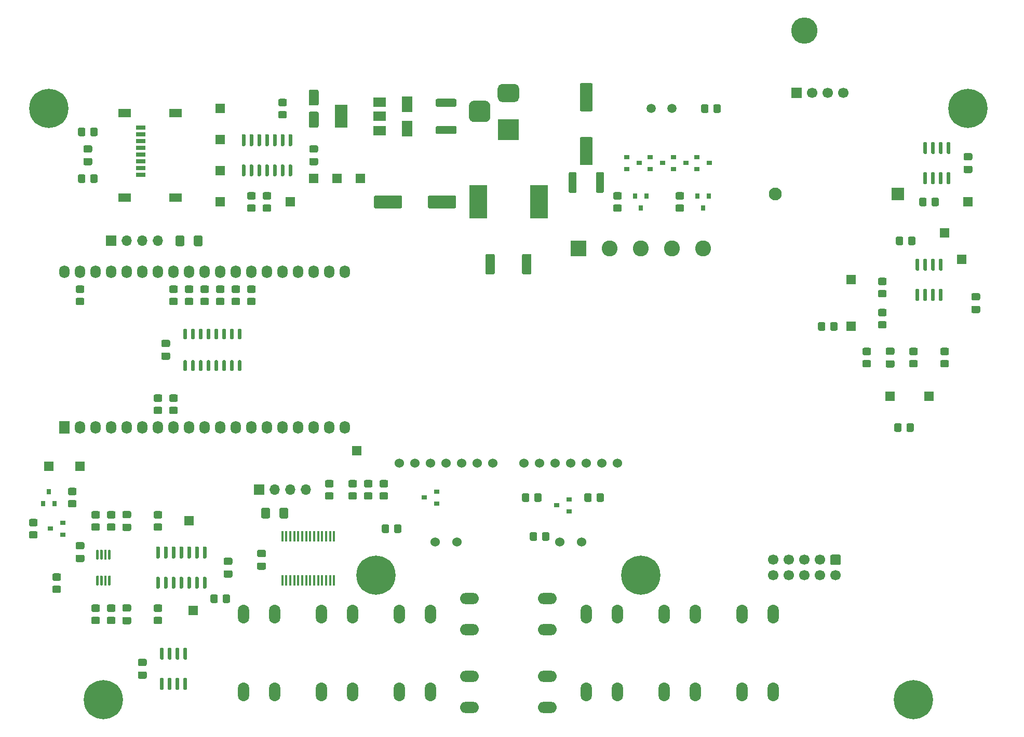
<source format=gts>
G04 #@! TF.GenerationSoftware,KiCad,Pcbnew,(5.1.9)-1*
G04 #@! TF.CreationDate,2021-04-11T14:45:32+02:00*
G04 #@! TF.ProjectId,Sunrise clock main board,53756e72-6973-4652-9063-6c6f636b206d,V1.0*
G04 #@! TF.SameCoordinates,Original*
G04 #@! TF.FileFunction,Soldermask,Top*
G04 #@! TF.FilePolarity,Negative*
%FSLAX46Y46*%
G04 Gerber Fmt 4.6, Leading zero omitted, Abs format (unit mm)*
G04 Created by KiCad (PCBNEW (5.1.9)-1) date 2021-04-11 14:45:32*
%MOMM*%
%LPD*%
G01*
G04 APERTURE LIST*
%ADD10R,0.900000X0.800000*%
%ADD11C,1.524000*%
%ADD12R,1.500000X1.500000*%
%ADD13R,0.800000X0.900000*%
%ADD14C,2.600000*%
%ADD15R,2.600000X2.600000*%
%ADD16R,2.900000X5.400000*%
%ADD17R,1.800000X2.500000*%
%ADD18O,1.850000X3.048000*%
%ADD19O,3.048000X1.850000*%
%ADD20C,0.800000*%
%ADD21C,6.400000*%
%ADD22C,1.500000*%
%ADD23C,4.300000*%
%ADD24C,1.700000*%
%ADD25R,1.700000X1.700000*%
%ADD26R,3.500000X3.500000*%
%ADD27R,0.450000X1.750000*%
%ADD28R,2.000000X1.500000*%
%ADD29R,2.000000X3.800000*%
%ADD30R,1.500000X0.800000*%
%ADD31R,2.000000X1.450000*%
%ADD32O,1.700000X1.700000*%
%ADD33C,2.100000*%
%ADD34R,2.100000X2.100000*%
%ADD35O,1.700000X2.100000*%
%ADD36R,1.700000X2.100000*%
G04 APERTURE END LIST*
G36*
G01*
X14370000Y-15690001D02*
X14370000Y-14789999D01*
G75*
G02*
X14619999Y-14540000I249999J0D01*
G01*
X15320001Y-14540000D01*
G75*
G02*
X15570000Y-14789999I0J-249999D01*
G01*
X15570000Y-15690001D01*
G75*
G02*
X15320001Y-15940000I-249999J0D01*
G01*
X14619999Y-15940000D01*
G75*
G02*
X14370000Y-15690001I0J249999D01*
G01*
G37*
G36*
G01*
X12370000Y-15690001D02*
X12370000Y-14789999D01*
G75*
G02*
X12619999Y-14540000I249999J0D01*
G01*
X13320001Y-14540000D01*
G75*
G02*
X13570000Y-14789999I0J-249999D01*
G01*
X13570000Y-15690001D01*
G75*
G02*
X13320001Y-15940000I-249999J0D01*
G01*
X12619999Y-15940000D01*
G75*
G02*
X12370000Y-15690001I0J249999D01*
G01*
G37*
G36*
G01*
X-24949999Y-13570000D02*
X-25850001Y-13570000D01*
G75*
G02*
X-26100000Y-13320001I0J249999D01*
G01*
X-26100000Y-12619999D01*
G75*
G02*
X-25850001Y-12370000I249999J0D01*
G01*
X-24949999Y-12370000D01*
G75*
G02*
X-24700000Y-12619999I0J-249999D01*
G01*
X-24700000Y-13320001D01*
G75*
G02*
X-24949999Y-13570000I-249999J0D01*
G01*
G37*
G36*
G01*
X-24949999Y-15570000D02*
X-25850001Y-15570000D01*
G75*
G02*
X-26100000Y-15320001I0J249999D01*
G01*
X-26100000Y-14619999D01*
G75*
G02*
X-25850001Y-14370000I249999J0D01*
G01*
X-24949999Y-14370000D01*
G75*
G02*
X-24700000Y-14619999I0J-249999D01*
G01*
X-24700000Y-15320001D01*
G75*
G02*
X-24949999Y-15570000I-249999J0D01*
G01*
G37*
G36*
G01*
X4210000Y-15690001D02*
X4210000Y-14789999D01*
G75*
G02*
X4459999Y-14540000I249999J0D01*
G01*
X5160001Y-14540000D01*
G75*
G02*
X5410000Y-14789999I0J-249999D01*
G01*
X5410000Y-15690001D01*
G75*
G02*
X5160001Y-15940000I-249999J0D01*
G01*
X4459999Y-15940000D01*
G75*
G02*
X4210000Y-15690001I0J249999D01*
G01*
G37*
G36*
G01*
X2210000Y-15690001D02*
X2210000Y-14789999D01*
G75*
G02*
X2459999Y-14540000I249999J0D01*
G01*
X3160001Y-14540000D01*
G75*
G02*
X3410000Y-14789999I0J-249999D01*
G01*
X3410000Y-15690001D01*
G75*
G02*
X3160001Y-15940000I-249999J0D01*
G01*
X2459999Y-15940000D01*
G75*
G02*
X2210000Y-15690001I0J249999D01*
G01*
G37*
G36*
G01*
X4680000Y-21139999D02*
X4680000Y-22040001D01*
G75*
G02*
X4430001Y-22290000I-249999J0D01*
G01*
X3729999Y-22290000D01*
G75*
G02*
X3480000Y-22040001I0J249999D01*
G01*
X3480000Y-21139999D01*
G75*
G02*
X3729999Y-20890000I249999J0D01*
G01*
X4430001Y-20890000D01*
G75*
G02*
X4680000Y-21139999I0J-249999D01*
G01*
G37*
G36*
G01*
X6680000Y-21139999D02*
X6680000Y-22040001D01*
G75*
G02*
X6430001Y-22290000I-249999J0D01*
G01*
X5729999Y-22290000D01*
G75*
G02*
X5480000Y-22040001I0J249999D01*
G01*
X5480000Y-21139999D01*
G75*
G02*
X5729999Y-20890000I249999J0D01*
G01*
X6430001Y-20890000D01*
G75*
G02*
X6680000Y-21139999I0J-249999D01*
G01*
G37*
G36*
G01*
X-19450000Y-19869999D02*
X-19450000Y-20770001D01*
G75*
G02*
X-19699999Y-21020000I-249999J0D01*
G01*
X-20400001Y-21020000D01*
G75*
G02*
X-20650000Y-20770001I0J249999D01*
G01*
X-20650000Y-19869999D01*
G75*
G02*
X-20400001Y-19620000I249999J0D01*
G01*
X-19699999Y-19620000D01*
G75*
G02*
X-19450000Y-19869999I0J-249999D01*
G01*
G37*
G36*
G01*
X-17450000Y-19869999D02*
X-17450000Y-20770001D01*
G75*
G02*
X-17699999Y-21020000I-249999J0D01*
G01*
X-18400001Y-21020000D01*
G75*
G02*
X-18650000Y-20770001I0J249999D01*
G01*
X-18650000Y-19869999D01*
G75*
G02*
X-18400001Y-19620000I249999J0D01*
G01*
X-17699999Y-19620000D01*
G75*
G02*
X-17450000Y-19869999I0J-249999D01*
G01*
G37*
D10*
X7890000Y-16510000D03*
X9890000Y-15560000D03*
X9890000Y-17460000D03*
X-13700000Y-15240000D03*
X-11700000Y-14290000D03*
X-11700000Y-16190000D03*
D11*
X8410000Y-22480000D03*
X11910000Y-22480000D03*
X2540000Y-9610000D03*
X5080000Y-9610000D03*
X7620000Y-9610000D03*
X10160000Y-9610000D03*
X12700000Y-9610000D03*
X15240000Y-9610000D03*
X17780000Y-9610000D03*
X-11910000Y-22480000D03*
X-8410000Y-22480000D03*
X-17780000Y-9610000D03*
X-15240000Y-9610000D03*
X-12700000Y-9610000D03*
X-10160000Y-9610000D03*
X-7620000Y-9610000D03*
X-5080000Y-9610000D03*
X-2540000Y-9610000D03*
D12*
X-52070000Y-19050000D03*
X73914000Y23622000D03*
X-24765000Y-7620000D03*
G36*
G01*
X-46590000Y-32200001D02*
X-46590000Y-31299999D01*
G75*
G02*
X-46340001Y-31050000I249999J0D01*
G01*
X-45639999Y-31050000D01*
G75*
G02*
X-45390000Y-31299999I0J-249999D01*
G01*
X-45390000Y-32200001D01*
G75*
G02*
X-45639999Y-32450000I-249999J0D01*
G01*
X-46340001Y-32450000D01*
G75*
G02*
X-46590000Y-32200001I0J249999D01*
G01*
G37*
G36*
G01*
X-48590000Y-32200001D02*
X-48590000Y-31299999D01*
G75*
G02*
X-48340001Y-31050000I249999J0D01*
G01*
X-47639999Y-31050000D01*
G75*
G02*
X-47390000Y-31299999I0J-249999D01*
G01*
X-47390000Y-32200001D01*
G75*
G02*
X-47639999Y-32450000I-249999J0D01*
G01*
X-48340001Y-32450000D01*
G75*
G02*
X-48590000Y-32200001I0J249999D01*
G01*
G37*
G36*
G01*
X-77019999Y-19920000D02*
X-77920001Y-19920000D01*
G75*
G02*
X-78170000Y-19670001I0J249999D01*
G01*
X-78170000Y-18969999D01*
G75*
G02*
X-77920001Y-18720000I249999J0D01*
G01*
X-77019999Y-18720000D01*
G75*
G02*
X-76770000Y-18969999I0J-249999D01*
G01*
X-76770000Y-19670001D01*
G75*
G02*
X-77019999Y-19920000I-249999J0D01*
G01*
G37*
G36*
G01*
X-77019999Y-21920000D02*
X-77920001Y-21920000D01*
G75*
G02*
X-78170000Y-21670001I0J249999D01*
G01*
X-78170000Y-20969999D01*
G75*
G02*
X-77920001Y-20720000I249999J0D01*
G01*
X-77019999Y-20720000D01*
G75*
G02*
X-76770000Y-20969999I0J-249999D01*
G01*
X-76770000Y-21670001D01*
G75*
G02*
X-77019999Y-21920000I-249999J0D01*
G01*
G37*
G36*
G01*
X27489999Y32620000D02*
X28390001Y32620000D01*
G75*
G02*
X28640000Y32370001I0J-249999D01*
G01*
X28640000Y31669999D01*
G75*
G02*
X28390001Y31420000I-249999J0D01*
G01*
X27489999Y31420000D01*
G75*
G02*
X27240000Y31669999I0J249999D01*
G01*
X27240000Y32370001D01*
G75*
G02*
X27489999Y32620000I249999J0D01*
G01*
G37*
G36*
G01*
X27489999Y34620000D02*
X28390001Y34620000D01*
G75*
G02*
X28640000Y34370001I0J-249999D01*
G01*
X28640000Y33669999D01*
G75*
G02*
X28390001Y33420000I-249999J0D01*
G01*
X27489999Y33420000D01*
G75*
G02*
X27240000Y33669999I0J249999D01*
G01*
X27240000Y34370001D01*
G75*
G02*
X27489999Y34620000I249999J0D01*
G01*
G37*
G36*
G01*
X-20770001Y-14370000D02*
X-19869999Y-14370000D01*
G75*
G02*
X-19620000Y-14619999I0J-249999D01*
G01*
X-19620000Y-15320001D01*
G75*
G02*
X-19869999Y-15570000I-249999J0D01*
G01*
X-20770001Y-15570000D01*
G75*
G02*
X-21020000Y-15320001I0J249999D01*
G01*
X-21020000Y-14619999D01*
G75*
G02*
X-20770001Y-14370000I249999J0D01*
G01*
G37*
G36*
G01*
X-20770001Y-12370000D02*
X-19869999Y-12370000D01*
G75*
G02*
X-19620000Y-12619999I0J-249999D01*
G01*
X-19620000Y-13320001D01*
G75*
G02*
X-19869999Y-13570000I-249999J0D01*
G01*
X-20770001Y-13570000D01*
G75*
G02*
X-21020000Y-13320001I0J249999D01*
G01*
X-21020000Y-12619999D01*
G75*
G02*
X-20770001Y-12370000I249999J0D01*
G01*
G37*
G36*
G01*
X-23310001Y-14370000D02*
X-22409999Y-14370000D01*
G75*
G02*
X-22160000Y-14619999I0J-249999D01*
G01*
X-22160000Y-15320001D01*
G75*
G02*
X-22409999Y-15570000I-249999J0D01*
G01*
X-23310001Y-15570000D01*
G75*
G02*
X-23560000Y-15320001I0J249999D01*
G01*
X-23560000Y-14619999D01*
G75*
G02*
X-23310001Y-14370000I249999J0D01*
G01*
G37*
G36*
G01*
X-23310001Y-12370000D02*
X-22409999Y-12370000D01*
G75*
G02*
X-22160000Y-12619999I0J-249999D01*
G01*
X-22160000Y-13320001D01*
G75*
G02*
X-22409999Y-13570000I-249999J0D01*
G01*
X-23310001Y-13570000D01*
G75*
G02*
X-23560000Y-13320001I0J249999D01*
G01*
X-23560000Y-12619999D01*
G75*
G02*
X-23310001Y-12370000I249999J0D01*
G01*
G37*
D13*
X31750000Y32020000D03*
X30800000Y34020000D03*
X32700000Y34020000D03*
D10*
X28940000Y39370000D03*
X26940000Y38420000D03*
X26940000Y40320000D03*
X32750000Y39370000D03*
X30750000Y38420000D03*
X30750000Y40320000D03*
D14*
X31750000Y25400000D03*
X26670000Y25400000D03*
X21590000Y25400000D03*
X16510000Y25400000D03*
D15*
X11430000Y25400000D03*
G36*
G01*
X70335000Y18820000D02*
X70635000Y18820000D01*
G75*
G02*
X70785000Y18670000I0J-150000D01*
G01*
X70785000Y17020000D01*
G75*
G02*
X70635000Y16870000I-150000J0D01*
G01*
X70335000Y16870000D01*
G75*
G02*
X70185000Y17020000I0J150000D01*
G01*
X70185000Y18670000D01*
G75*
G02*
X70335000Y18820000I150000J0D01*
G01*
G37*
G36*
G01*
X69065000Y18820000D02*
X69365000Y18820000D01*
G75*
G02*
X69515000Y18670000I0J-150000D01*
G01*
X69515000Y17020000D01*
G75*
G02*
X69365000Y16870000I-150000J0D01*
G01*
X69065000Y16870000D01*
G75*
G02*
X68915000Y17020000I0J150000D01*
G01*
X68915000Y18670000D01*
G75*
G02*
X69065000Y18820000I150000J0D01*
G01*
G37*
G36*
G01*
X67795000Y18820000D02*
X68095000Y18820000D01*
G75*
G02*
X68245000Y18670000I0J-150000D01*
G01*
X68245000Y17020000D01*
G75*
G02*
X68095000Y16870000I-150000J0D01*
G01*
X67795000Y16870000D01*
G75*
G02*
X67645000Y17020000I0J150000D01*
G01*
X67645000Y18670000D01*
G75*
G02*
X67795000Y18820000I150000J0D01*
G01*
G37*
G36*
G01*
X66525000Y18820000D02*
X66825000Y18820000D01*
G75*
G02*
X66975000Y18670000I0J-150000D01*
G01*
X66975000Y17020000D01*
G75*
G02*
X66825000Y16870000I-150000J0D01*
G01*
X66525000Y16870000D01*
G75*
G02*
X66375000Y17020000I0J150000D01*
G01*
X66375000Y18670000D01*
G75*
G02*
X66525000Y18820000I150000J0D01*
G01*
G37*
G36*
G01*
X66525000Y23770000D02*
X66825000Y23770000D01*
G75*
G02*
X66975000Y23620000I0J-150000D01*
G01*
X66975000Y21970000D01*
G75*
G02*
X66825000Y21820000I-150000J0D01*
G01*
X66525000Y21820000D01*
G75*
G02*
X66375000Y21970000I0J150000D01*
G01*
X66375000Y23620000D01*
G75*
G02*
X66525000Y23770000I150000J0D01*
G01*
G37*
G36*
G01*
X67795000Y23770000D02*
X68095000Y23770000D01*
G75*
G02*
X68245000Y23620000I0J-150000D01*
G01*
X68245000Y21970000D01*
G75*
G02*
X68095000Y21820000I-150000J0D01*
G01*
X67795000Y21820000D01*
G75*
G02*
X67645000Y21970000I0J150000D01*
G01*
X67645000Y23620000D01*
G75*
G02*
X67795000Y23770000I150000J0D01*
G01*
G37*
G36*
G01*
X69065000Y23770000D02*
X69365000Y23770000D01*
G75*
G02*
X69515000Y23620000I0J-150000D01*
G01*
X69515000Y21970000D01*
G75*
G02*
X69365000Y21820000I-150000J0D01*
G01*
X69065000Y21820000D01*
G75*
G02*
X68915000Y21970000I0J150000D01*
G01*
X68915000Y23620000D01*
G75*
G02*
X69065000Y23770000I150000J0D01*
G01*
G37*
G36*
G01*
X70335000Y23770000D02*
X70635000Y23770000D01*
G75*
G02*
X70785000Y23620000I0J-150000D01*
G01*
X70785000Y21970000D01*
G75*
G02*
X70635000Y21820000I-150000J0D01*
G01*
X70335000Y21820000D01*
G75*
G02*
X70185000Y21970000I0J150000D01*
G01*
X70185000Y23620000D01*
G75*
G02*
X70335000Y23770000I150000J0D01*
G01*
G37*
G36*
G01*
X-11610000Y45415000D02*
X-8710000Y45415000D01*
G75*
G02*
X-8460000Y45165000I0J-250000D01*
G01*
X-8460000Y44365000D01*
G75*
G02*
X-8710000Y44115000I-250000J0D01*
G01*
X-11610000Y44115000D01*
G75*
G02*
X-11860000Y44365000I0J250000D01*
G01*
X-11860000Y45165000D01*
G75*
G02*
X-11610000Y45415000I250000J0D01*
G01*
G37*
G36*
G01*
X-11610000Y49865000D02*
X-8710000Y49865000D01*
G75*
G02*
X-8460000Y49615000I0J-250000D01*
G01*
X-8460000Y48815000D01*
G75*
G02*
X-8710000Y48565000I-250000J0D01*
G01*
X-11610000Y48565000D01*
G75*
G02*
X-11860000Y48815000I0J250000D01*
G01*
X-11860000Y49615000D01*
G75*
G02*
X-11610000Y49865000I250000J0D01*
G01*
G37*
G36*
G01*
X11125000Y37645000D02*
X11125000Y34745000D01*
G75*
G02*
X10875000Y34495000I-250000J0D01*
G01*
X10075000Y34495000D01*
G75*
G02*
X9825000Y34745000I0J250000D01*
G01*
X9825000Y37645000D01*
G75*
G02*
X10075000Y37895000I250000J0D01*
G01*
X10875000Y37895000D01*
G75*
G02*
X11125000Y37645000I0J-250000D01*
G01*
G37*
G36*
G01*
X15575000Y37645000D02*
X15575000Y34745000D01*
G75*
G02*
X15325000Y34495000I-250000J0D01*
G01*
X14525000Y34495000D01*
G75*
G02*
X14275000Y34745000I0J250000D01*
G01*
X14275000Y37645000D01*
G75*
G02*
X14525000Y37895000I250000J0D01*
G01*
X15325000Y37895000D01*
G75*
G02*
X15575000Y37645000I0J-250000D01*
G01*
G37*
D16*
X4950000Y33020000D03*
X-4950000Y33020000D03*
D17*
X-16510000Y44990000D03*
X-16510000Y48990000D03*
D13*
X21590000Y32020000D03*
X20640000Y34020000D03*
X22540000Y34020000D03*
G36*
G01*
X-55405000Y9340000D02*
X-56355000Y9340000D01*
G75*
G02*
X-56605000Y9590000I0J250000D01*
G01*
X-56605000Y10265000D01*
G75*
G02*
X-56355000Y10515000I250000J0D01*
G01*
X-55405000Y10515000D01*
G75*
G02*
X-55155000Y10265000I0J-250000D01*
G01*
X-55155000Y9590000D01*
G75*
G02*
X-55405000Y9340000I-250000J0D01*
G01*
G37*
G36*
G01*
X-55405000Y7265000D02*
X-56355000Y7265000D01*
G75*
G02*
X-56605000Y7515000I0J250000D01*
G01*
X-56605000Y8190000D01*
G75*
G02*
X-56355000Y8440000I250000J0D01*
G01*
X-55405000Y8440000D01*
G75*
G02*
X-55155000Y8190000I0J-250000D01*
G01*
X-55155000Y7515000D01*
G75*
G02*
X-55405000Y7265000I-250000J0D01*
G01*
G37*
G36*
G01*
X-43965000Y7190000D02*
X-43665000Y7190000D01*
G75*
G02*
X-43515000Y7040000I0J-150000D01*
G01*
X-43515000Y5590000D01*
G75*
G02*
X-43665000Y5440000I-150000J0D01*
G01*
X-43965000Y5440000D01*
G75*
G02*
X-44115000Y5590000I0J150000D01*
G01*
X-44115000Y7040000D01*
G75*
G02*
X-43965000Y7190000I150000J0D01*
G01*
G37*
G36*
G01*
X-45235000Y7190000D02*
X-44935000Y7190000D01*
G75*
G02*
X-44785000Y7040000I0J-150000D01*
G01*
X-44785000Y5590000D01*
G75*
G02*
X-44935000Y5440000I-150000J0D01*
G01*
X-45235000Y5440000D01*
G75*
G02*
X-45385000Y5590000I0J150000D01*
G01*
X-45385000Y7040000D01*
G75*
G02*
X-45235000Y7190000I150000J0D01*
G01*
G37*
G36*
G01*
X-46505000Y7190000D02*
X-46205000Y7190000D01*
G75*
G02*
X-46055000Y7040000I0J-150000D01*
G01*
X-46055000Y5590000D01*
G75*
G02*
X-46205000Y5440000I-150000J0D01*
G01*
X-46505000Y5440000D01*
G75*
G02*
X-46655000Y5590000I0J150000D01*
G01*
X-46655000Y7040000D01*
G75*
G02*
X-46505000Y7190000I150000J0D01*
G01*
G37*
G36*
G01*
X-47775000Y7190000D02*
X-47475000Y7190000D01*
G75*
G02*
X-47325000Y7040000I0J-150000D01*
G01*
X-47325000Y5590000D01*
G75*
G02*
X-47475000Y5440000I-150000J0D01*
G01*
X-47775000Y5440000D01*
G75*
G02*
X-47925000Y5590000I0J150000D01*
G01*
X-47925000Y7040000D01*
G75*
G02*
X-47775000Y7190000I150000J0D01*
G01*
G37*
G36*
G01*
X-49045000Y7190000D02*
X-48745000Y7190000D01*
G75*
G02*
X-48595000Y7040000I0J-150000D01*
G01*
X-48595000Y5590000D01*
G75*
G02*
X-48745000Y5440000I-150000J0D01*
G01*
X-49045000Y5440000D01*
G75*
G02*
X-49195000Y5590000I0J150000D01*
G01*
X-49195000Y7040000D01*
G75*
G02*
X-49045000Y7190000I150000J0D01*
G01*
G37*
G36*
G01*
X-50315000Y7190000D02*
X-50015000Y7190000D01*
G75*
G02*
X-49865000Y7040000I0J-150000D01*
G01*
X-49865000Y5590000D01*
G75*
G02*
X-50015000Y5440000I-150000J0D01*
G01*
X-50315000Y5440000D01*
G75*
G02*
X-50465000Y5590000I0J150000D01*
G01*
X-50465000Y7040000D01*
G75*
G02*
X-50315000Y7190000I150000J0D01*
G01*
G37*
G36*
G01*
X-51585000Y7190000D02*
X-51285000Y7190000D01*
G75*
G02*
X-51135000Y7040000I0J-150000D01*
G01*
X-51135000Y5590000D01*
G75*
G02*
X-51285000Y5440000I-150000J0D01*
G01*
X-51585000Y5440000D01*
G75*
G02*
X-51735000Y5590000I0J150000D01*
G01*
X-51735000Y7040000D01*
G75*
G02*
X-51585000Y7190000I150000J0D01*
G01*
G37*
G36*
G01*
X-52855000Y7190000D02*
X-52555000Y7190000D01*
G75*
G02*
X-52405000Y7040000I0J-150000D01*
G01*
X-52405000Y5590000D01*
G75*
G02*
X-52555000Y5440000I-150000J0D01*
G01*
X-52855000Y5440000D01*
G75*
G02*
X-53005000Y5590000I0J150000D01*
G01*
X-53005000Y7040000D01*
G75*
G02*
X-52855000Y7190000I150000J0D01*
G01*
G37*
G36*
G01*
X-52855000Y12340000D02*
X-52555000Y12340000D01*
G75*
G02*
X-52405000Y12190000I0J-150000D01*
G01*
X-52405000Y10740000D01*
G75*
G02*
X-52555000Y10590000I-150000J0D01*
G01*
X-52855000Y10590000D01*
G75*
G02*
X-53005000Y10740000I0J150000D01*
G01*
X-53005000Y12190000D01*
G75*
G02*
X-52855000Y12340000I150000J0D01*
G01*
G37*
G36*
G01*
X-51585000Y12340000D02*
X-51285000Y12340000D01*
G75*
G02*
X-51135000Y12190000I0J-150000D01*
G01*
X-51135000Y10740000D01*
G75*
G02*
X-51285000Y10590000I-150000J0D01*
G01*
X-51585000Y10590000D01*
G75*
G02*
X-51735000Y10740000I0J150000D01*
G01*
X-51735000Y12190000D01*
G75*
G02*
X-51585000Y12340000I150000J0D01*
G01*
G37*
G36*
G01*
X-50315000Y12340000D02*
X-50015000Y12340000D01*
G75*
G02*
X-49865000Y12190000I0J-150000D01*
G01*
X-49865000Y10740000D01*
G75*
G02*
X-50015000Y10590000I-150000J0D01*
G01*
X-50315000Y10590000D01*
G75*
G02*
X-50465000Y10740000I0J150000D01*
G01*
X-50465000Y12190000D01*
G75*
G02*
X-50315000Y12340000I150000J0D01*
G01*
G37*
G36*
G01*
X-49045000Y12340000D02*
X-48745000Y12340000D01*
G75*
G02*
X-48595000Y12190000I0J-150000D01*
G01*
X-48595000Y10740000D01*
G75*
G02*
X-48745000Y10590000I-150000J0D01*
G01*
X-49045000Y10590000D01*
G75*
G02*
X-49195000Y10740000I0J150000D01*
G01*
X-49195000Y12190000D01*
G75*
G02*
X-49045000Y12340000I150000J0D01*
G01*
G37*
G36*
G01*
X-47775000Y12340000D02*
X-47475000Y12340000D01*
G75*
G02*
X-47325000Y12190000I0J-150000D01*
G01*
X-47325000Y10740000D01*
G75*
G02*
X-47475000Y10590000I-150000J0D01*
G01*
X-47775000Y10590000D01*
G75*
G02*
X-47925000Y10740000I0J150000D01*
G01*
X-47925000Y12190000D01*
G75*
G02*
X-47775000Y12340000I150000J0D01*
G01*
G37*
G36*
G01*
X-46505000Y12340000D02*
X-46205000Y12340000D01*
G75*
G02*
X-46055000Y12190000I0J-150000D01*
G01*
X-46055000Y10740000D01*
G75*
G02*
X-46205000Y10590000I-150000J0D01*
G01*
X-46505000Y10590000D01*
G75*
G02*
X-46655000Y10740000I0J150000D01*
G01*
X-46655000Y12190000D01*
G75*
G02*
X-46505000Y12340000I150000J0D01*
G01*
G37*
G36*
G01*
X-45235000Y12340000D02*
X-44935000Y12340000D01*
G75*
G02*
X-44785000Y12190000I0J-150000D01*
G01*
X-44785000Y10740000D01*
G75*
G02*
X-44935000Y10590000I-150000J0D01*
G01*
X-45235000Y10590000D01*
G75*
G02*
X-45385000Y10740000I0J150000D01*
G01*
X-45385000Y12190000D01*
G75*
G02*
X-45235000Y12340000I150000J0D01*
G01*
G37*
G36*
G01*
X-43965000Y12340000D02*
X-43665000Y12340000D01*
G75*
G02*
X-43515000Y12190000I0J-150000D01*
G01*
X-43515000Y10740000D01*
G75*
G02*
X-43665000Y10590000I-150000J0D01*
G01*
X-43965000Y10590000D01*
G75*
G02*
X-44115000Y10740000I0J150000D01*
G01*
X-44115000Y12190000D01*
G75*
G02*
X-43965000Y12340000I150000J0D01*
G01*
G37*
G36*
G01*
X-43030000Y42140000D02*
X-43330000Y42140000D01*
G75*
G02*
X-43480000Y42290000I0J150000D01*
G01*
X-43480000Y43940000D01*
G75*
G02*
X-43330000Y44090000I150000J0D01*
G01*
X-43030000Y44090000D01*
G75*
G02*
X-42880000Y43940000I0J-150000D01*
G01*
X-42880000Y42290000D01*
G75*
G02*
X-43030000Y42140000I-150000J0D01*
G01*
G37*
G36*
G01*
X-41760000Y42140000D02*
X-42060000Y42140000D01*
G75*
G02*
X-42210000Y42290000I0J150000D01*
G01*
X-42210000Y43940000D01*
G75*
G02*
X-42060000Y44090000I150000J0D01*
G01*
X-41760000Y44090000D01*
G75*
G02*
X-41610000Y43940000I0J-150000D01*
G01*
X-41610000Y42290000D01*
G75*
G02*
X-41760000Y42140000I-150000J0D01*
G01*
G37*
G36*
G01*
X-40490000Y42140000D02*
X-40790000Y42140000D01*
G75*
G02*
X-40940000Y42290000I0J150000D01*
G01*
X-40940000Y43940000D01*
G75*
G02*
X-40790000Y44090000I150000J0D01*
G01*
X-40490000Y44090000D01*
G75*
G02*
X-40340000Y43940000I0J-150000D01*
G01*
X-40340000Y42290000D01*
G75*
G02*
X-40490000Y42140000I-150000J0D01*
G01*
G37*
G36*
G01*
X-39220000Y42140000D02*
X-39520000Y42140000D01*
G75*
G02*
X-39670000Y42290000I0J150000D01*
G01*
X-39670000Y43940000D01*
G75*
G02*
X-39520000Y44090000I150000J0D01*
G01*
X-39220000Y44090000D01*
G75*
G02*
X-39070000Y43940000I0J-150000D01*
G01*
X-39070000Y42290000D01*
G75*
G02*
X-39220000Y42140000I-150000J0D01*
G01*
G37*
G36*
G01*
X-37950000Y42140000D02*
X-38250000Y42140000D01*
G75*
G02*
X-38400000Y42290000I0J150000D01*
G01*
X-38400000Y43940000D01*
G75*
G02*
X-38250000Y44090000I150000J0D01*
G01*
X-37950000Y44090000D01*
G75*
G02*
X-37800000Y43940000I0J-150000D01*
G01*
X-37800000Y42290000D01*
G75*
G02*
X-37950000Y42140000I-150000J0D01*
G01*
G37*
G36*
G01*
X-36680000Y42140000D02*
X-36980000Y42140000D01*
G75*
G02*
X-37130000Y42290000I0J150000D01*
G01*
X-37130000Y43940000D01*
G75*
G02*
X-36980000Y44090000I150000J0D01*
G01*
X-36680000Y44090000D01*
G75*
G02*
X-36530000Y43940000I0J-150000D01*
G01*
X-36530000Y42290000D01*
G75*
G02*
X-36680000Y42140000I-150000J0D01*
G01*
G37*
G36*
G01*
X-35410000Y42140000D02*
X-35710000Y42140000D01*
G75*
G02*
X-35860000Y42290000I0J150000D01*
G01*
X-35860000Y43940000D01*
G75*
G02*
X-35710000Y44090000I150000J0D01*
G01*
X-35410000Y44090000D01*
G75*
G02*
X-35260000Y43940000I0J-150000D01*
G01*
X-35260000Y42290000D01*
G75*
G02*
X-35410000Y42140000I-150000J0D01*
G01*
G37*
G36*
G01*
X-35410000Y37190000D02*
X-35710000Y37190000D01*
G75*
G02*
X-35860000Y37340000I0J150000D01*
G01*
X-35860000Y38990000D01*
G75*
G02*
X-35710000Y39140000I150000J0D01*
G01*
X-35410000Y39140000D01*
G75*
G02*
X-35260000Y38990000I0J-150000D01*
G01*
X-35260000Y37340000D01*
G75*
G02*
X-35410000Y37190000I-150000J0D01*
G01*
G37*
G36*
G01*
X-36680000Y37190000D02*
X-36980000Y37190000D01*
G75*
G02*
X-37130000Y37340000I0J150000D01*
G01*
X-37130000Y38990000D01*
G75*
G02*
X-36980000Y39140000I150000J0D01*
G01*
X-36680000Y39140000D01*
G75*
G02*
X-36530000Y38990000I0J-150000D01*
G01*
X-36530000Y37340000D01*
G75*
G02*
X-36680000Y37190000I-150000J0D01*
G01*
G37*
G36*
G01*
X-37950000Y37190000D02*
X-38250000Y37190000D01*
G75*
G02*
X-38400000Y37340000I0J150000D01*
G01*
X-38400000Y38990000D01*
G75*
G02*
X-38250000Y39140000I150000J0D01*
G01*
X-37950000Y39140000D01*
G75*
G02*
X-37800000Y38990000I0J-150000D01*
G01*
X-37800000Y37340000D01*
G75*
G02*
X-37950000Y37190000I-150000J0D01*
G01*
G37*
G36*
G01*
X-39220000Y37190000D02*
X-39520000Y37190000D01*
G75*
G02*
X-39670000Y37340000I0J150000D01*
G01*
X-39670000Y38990000D01*
G75*
G02*
X-39520000Y39140000I150000J0D01*
G01*
X-39220000Y39140000D01*
G75*
G02*
X-39070000Y38990000I0J-150000D01*
G01*
X-39070000Y37340000D01*
G75*
G02*
X-39220000Y37190000I-150000J0D01*
G01*
G37*
G36*
G01*
X-40490000Y37190000D02*
X-40790000Y37190000D01*
G75*
G02*
X-40940000Y37340000I0J150000D01*
G01*
X-40940000Y38990000D01*
G75*
G02*
X-40790000Y39140000I150000J0D01*
G01*
X-40490000Y39140000D01*
G75*
G02*
X-40340000Y38990000I0J-150000D01*
G01*
X-40340000Y37340000D01*
G75*
G02*
X-40490000Y37190000I-150000J0D01*
G01*
G37*
G36*
G01*
X-41760000Y37190000D02*
X-42060000Y37190000D01*
G75*
G02*
X-42210000Y37340000I0J150000D01*
G01*
X-42210000Y38990000D01*
G75*
G02*
X-42060000Y39140000I150000J0D01*
G01*
X-41760000Y39140000D01*
G75*
G02*
X-41610000Y38990000I0J-150000D01*
G01*
X-41610000Y37340000D01*
G75*
G02*
X-41760000Y37190000I-150000J0D01*
G01*
G37*
G36*
G01*
X-43030000Y37190000D02*
X-43330000Y37190000D01*
G75*
G02*
X-43480000Y37340000I0J150000D01*
G01*
X-43480000Y38990000D01*
G75*
G02*
X-43330000Y39140000I150000J0D01*
G01*
X-43030000Y39140000D01*
G75*
G02*
X-42880000Y38990000I0J-150000D01*
G01*
X-42880000Y37340000D01*
G75*
G02*
X-43030000Y37190000I-150000J0D01*
G01*
G37*
G36*
G01*
X-49680000Y-28170000D02*
X-49380000Y-28170000D01*
G75*
G02*
X-49230000Y-28320000I0J-150000D01*
G01*
X-49230000Y-29970000D01*
G75*
G02*
X-49380000Y-30120000I-150000J0D01*
G01*
X-49680000Y-30120000D01*
G75*
G02*
X-49830000Y-29970000I0J150000D01*
G01*
X-49830000Y-28320000D01*
G75*
G02*
X-49680000Y-28170000I150000J0D01*
G01*
G37*
G36*
G01*
X-50950000Y-28170000D02*
X-50650000Y-28170000D01*
G75*
G02*
X-50500000Y-28320000I0J-150000D01*
G01*
X-50500000Y-29970000D01*
G75*
G02*
X-50650000Y-30120000I-150000J0D01*
G01*
X-50950000Y-30120000D01*
G75*
G02*
X-51100000Y-29970000I0J150000D01*
G01*
X-51100000Y-28320000D01*
G75*
G02*
X-50950000Y-28170000I150000J0D01*
G01*
G37*
G36*
G01*
X-52220000Y-28170000D02*
X-51920000Y-28170000D01*
G75*
G02*
X-51770000Y-28320000I0J-150000D01*
G01*
X-51770000Y-29970000D01*
G75*
G02*
X-51920000Y-30120000I-150000J0D01*
G01*
X-52220000Y-30120000D01*
G75*
G02*
X-52370000Y-29970000I0J150000D01*
G01*
X-52370000Y-28320000D01*
G75*
G02*
X-52220000Y-28170000I150000J0D01*
G01*
G37*
G36*
G01*
X-53490000Y-28170000D02*
X-53190000Y-28170000D01*
G75*
G02*
X-53040000Y-28320000I0J-150000D01*
G01*
X-53040000Y-29970000D01*
G75*
G02*
X-53190000Y-30120000I-150000J0D01*
G01*
X-53490000Y-30120000D01*
G75*
G02*
X-53640000Y-29970000I0J150000D01*
G01*
X-53640000Y-28320000D01*
G75*
G02*
X-53490000Y-28170000I150000J0D01*
G01*
G37*
G36*
G01*
X-54760000Y-28170000D02*
X-54460000Y-28170000D01*
G75*
G02*
X-54310000Y-28320000I0J-150000D01*
G01*
X-54310000Y-29970000D01*
G75*
G02*
X-54460000Y-30120000I-150000J0D01*
G01*
X-54760000Y-30120000D01*
G75*
G02*
X-54910000Y-29970000I0J150000D01*
G01*
X-54910000Y-28320000D01*
G75*
G02*
X-54760000Y-28170000I150000J0D01*
G01*
G37*
G36*
G01*
X-56030000Y-28170000D02*
X-55730000Y-28170000D01*
G75*
G02*
X-55580000Y-28320000I0J-150000D01*
G01*
X-55580000Y-29970000D01*
G75*
G02*
X-55730000Y-30120000I-150000J0D01*
G01*
X-56030000Y-30120000D01*
G75*
G02*
X-56180000Y-29970000I0J150000D01*
G01*
X-56180000Y-28320000D01*
G75*
G02*
X-56030000Y-28170000I150000J0D01*
G01*
G37*
G36*
G01*
X-57300000Y-28170000D02*
X-57000000Y-28170000D01*
G75*
G02*
X-56850000Y-28320000I0J-150000D01*
G01*
X-56850000Y-29970000D01*
G75*
G02*
X-57000000Y-30120000I-150000J0D01*
G01*
X-57300000Y-30120000D01*
G75*
G02*
X-57450000Y-29970000I0J150000D01*
G01*
X-57450000Y-28320000D01*
G75*
G02*
X-57300000Y-28170000I150000J0D01*
G01*
G37*
G36*
G01*
X-57300000Y-23220000D02*
X-57000000Y-23220000D01*
G75*
G02*
X-56850000Y-23370000I0J-150000D01*
G01*
X-56850000Y-25020000D01*
G75*
G02*
X-57000000Y-25170000I-150000J0D01*
G01*
X-57300000Y-25170000D01*
G75*
G02*
X-57450000Y-25020000I0J150000D01*
G01*
X-57450000Y-23370000D01*
G75*
G02*
X-57300000Y-23220000I150000J0D01*
G01*
G37*
G36*
G01*
X-56030000Y-23220000D02*
X-55730000Y-23220000D01*
G75*
G02*
X-55580000Y-23370000I0J-150000D01*
G01*
X-55580000Y-25020000D01*
G75*
G02*
X-55730000Y-25170000I-150000J0D01*
G01*
X-56030000Y-25170000D01*
G75*
G02*
X-56180000Y-25020000I0J150000D01*
G01*
X-56180000Y-23370000D01*
G75*
G02*
X-56030000Y-23220000I150000J0D01*
G01*
G37*
G36*
G01*
X-54760000Y-23220000D02*
X-54460000Y-23220000D01*
G75*
G02*
X-54310000Y-23370000I0J-150000D01*
G01*
X-54310000Y-25020000D01*
G75*
G02*
X-54460000Y-25170000I-150000J0D01*
G01*
X-54760000Y-25170000D01*
G75*
G02*
X-54910000Y-25020000I0J150000D01*
G01*
X-54910000Y-23370000D01*
G75*
G02*
X-54760000Y-23220000I150000J0D01*
G01*
G37*
G36*
G01*
X-53490000Y-23220000D02*
X-53190000Y-23220000D01*
G75*
G02*
X-53040000Y-23370000I0J-150000D01*
G01*
X-53040000Y-25020000D01*
G75*
G02*
X-53190000Y-25170000I-150000J0D01*
G01*
X-53490000Y-25170000D01*
G75*
G02*
X-53640000Y-25020000I0J150000D01*
G01*
X-53640000Y-23370000D01*
G75*
G02*
X-53490000Y-23220000I150000J0D01*
G01*
G37*
G36*
G01*
X-52220000Y-23220000D02*
X-51920000Y-23220000D01*
G75*
G02*
X-51770000Y-23370000I0J-150000D01*
G01*
X-51770000Y-25020000D01*
G75*
G02*
X-51920000Y-25170000I-150000J0D01*
G01*
X-52220000Y-25170000D01*
G75*
G02*
X-52370000Y-25020000I0J150000D01*
G01*
X-52370000Y-23370000D01*
G75*
G02*
X-52220000Y-23220000I150000J0D01*
G01*
G37*
G36*
G01*
X-50950000Y-23220000D02*
X-50650000Y-23220000D01*
G75*
G02*
X-50500000Y-23370000I0J-150000D01*
G01*
X-50500000Y-25020000D01*
G75*
G02*
X-50650000Y-25170000I-150000J0D01*
G01*
X-50950000Y-25170000D01*
G75*
G02*
X-51100000Y-25020000I0J150000D01*
G01*
X-51100000Y-23370000D01*
G75*
G02*
X-50950000Y-23220000I150000J0D01*
G01*
G37*
G36*
G01*
X-49680000Y-23220000D02*
X-49380000Y-23220000D01*
G75*
G02*
X-49230000Y-23370000I0J-150000D01*
G01*
X-49230000Y-25020000D01*
G75*
G02*
X-49380000Y-25170000I-150000J0D01*
G01*
X-49680000Y-25170000D01*
G75*
G02*
X-49830000Y-25020000I0J150000D01*
G01*
X-49830000Y-23370000D01*
G75*
G02*
X-49680000Y-23220000I150000J0D01*
G01*
G37*
G36*
G01*
X-55060001Y-400000D02*
X-54159999Y-400000D01*
G75*
G02*
X-53910000Y-649999I0J-249999D01*
G01*
X-53910000Y-1350001D01*
G75*
G02*
X-54159999Y-1600000I-249999J0D01*
G01*
X-55060001Y-1600000D01*
G75*
G02*
X-55310000Y-1350001I0J249999D01*
G01*
X-55310000Y-649999D01*
G75*
G02*
X-55060001Y-400000I249999J0D01*
G01*
G37*
G36*
G01*
X-55060001Y1600000D02*
X-54159999Y1600000D01*
G75*
G02*
X-53910000Y1350001I0J-249999D01*
G01*
X-53910000Y649999D01*
G75*
G02*
X-54159999Y400000I-249999J0D01*
G01*
X-55060001Y400000D01*
G75*
G02*
X-55310000Y649999I0J249999D01*
G01*
X-55310000Y1350001D01*
G75*
G02*
X-55060001Y1600000I249999J0D01*
G01*
G37*
X-74930000Y-14240000D03*
X-73980000Y-16240000D03*
X-75880000Y-16240000D03*
D10*
X21320000Y39370000D03*
X19320000Y38420000D03*
X19320000Y40320000D03*
X25130000Y39370000D03*
X23130000Y38420000D03*
X23130000Y40320000D03*
X-74660000Y-20320000D03*
X-72660000Y-19370000D03*
X-72660000Y-21270000D03*
G36*
G01*
X-17340000Y33820000D02*
X-17340000Y32220000D01*
G75*
G02*
X-17590000Y31970000I-250000J0D01*
G01*
X-21690000Y31970000D01*
G75*
G02*
X-21940000Y32220000I0J250000D01*
G01*
X-21940000Y33820000D01*
G75*
G02*
X-21690000Y34070000I250000J0D01*
G01*
X-17590000Y34070000D01*
G75*
G02*
X-17340000Y33820000I0J-250000D01*
G01*
G37*
G36*
G01*
X-8540000Y33820000D02*
X-8540000Y32220000D01*
G75*
G02*
X-8790000Y31970000I-250000J0D01*
G01*
X-12890000Y31970000D01*
G75*
G02*
X-13140000Y32220000I0J250000D01*
G01*
X-13140000Y33820000D01*
G75*
G02*
X-12890000Y34070000I250000J0D01*
G01*
X-8790000Y34070000D01*
G75*
G02*
X-8540000Y33820000I0J-250000D01*
G01*
G37*
G36*
G01*
X13500000Y47820000D02*
X11900000Y47820000D01*
G75*
G02*
X11650000Y48070000I0J250000D01*
G01*
X11650000Y52170000D01*
G75*
G02*
X11900000Y52420000I250000J0D01*
G01*
X13500000Y52420000D01*
G75*
G02*
X13750000Y52170000I0J-250000D01*
G01*
X13750000Y48070000D01*
G75*
G02*
X13500000Y47820000I-250000J0D01*
G01*
G37*
G36*
G01*
X13500000Y39020000D02*
X11900000Y39020000D01*
G75*
G02*
X11650000Y39270000I0J250000D01*
G01*
X11650000Y43370000D01*
G75*
G02*
X11900000Y43620000I250000J0D01*
G01*
X13500000Y43620000D01*
G75*
G02*
X13750000Y43370000I0J-250000D01*
G01*
X13750000Y39270000D01*
G75*
G02*
X13500000Y39020000I-250000J0D01*
G01*
G37*
D12*
X68580000Y1270000D03*
X62230000Y1270000D03*
G36*
G01*
X58870001Y8020000D02*
X57969999Y8020000D01*
G75*
G02*
X57720000Y8269999I0J249999D01*
G01*
X57720000Y8970001D01*
G75*
G02*
X57969999Y9220000I249999J0D01*
G01*
X58870001Y9220000D01*
G75*
G02*
X59120000Y8970001I0J-249999D01*
G01*
X59120000Y8269999D01*
G75*
G02*
X58870001Y8020000I-249999J0D01*
G01*
G37*
G36*
G01*
X58870001Y6020000D02*
X57969999Y6020000D01*
G75*
G02*
X57720000Y6269999I0J249999D01*
G01*
X57720000Y6970001D01*
G75*
G02*
X57969999Y7220000I249999J0D01*
G01*
X58870001Y7220000D01*
G75*
G02*
X59120000Y6970001I0J-249999D01*
G01*
X59120000Y6269999D01*
G75*
G02*
X58870001Y6020000I-249999J0D01*
G01*
G37*
G36*
G01*
X61755000Y7170000D02*
X62705000Y7170000D01*
G75*
G02*
X62955000Y6920000I0J-250000D01*
G01*
X62955000Y6245000D01*
G75*
G02*
X62705000Y5995000I-250000J0D01*
G01*
X61755000Y5995000D01*
G75*
G02*
X61505000Y6245000I0J250000D01*
G01*
X61505000Y6920000D01*
G75*
G02*
X61755000Y7170000I250000J0D01*
G01*
G37*
G36*
G01*
X61755000Y9245000D02*
X62705000Y9245000D01*
G75*
G02*
X62955000Y8995000I0J-250000D01*
G01*
X62955000Y8320000D01*
G75*
G02*
X62705000Y8070000I-250000J0D01*
G01*
X61755000Y8070000D01*
G75*
G02*
X61505000Y8320000I0J250000D01*
G01*
X61505000Y8995000D01*
G75*
G02*
X61755000Y9245000I250000J0D01*
G01*
G37*
G36*
G01*
X2225000Y21434999D02*
X2225000Y24285001D01*
G75*
G02*
X2474999Y24535000I249999J0D01*
G01*
X3500001Y24535000D01*
G75*
G02*
X3750000Y24285001I0J-249999D01*
G01*
X3750000Y21434999D01*
G75*
G02*
X3500001Y21185000I-249999J0D01*
G01*
X2474999Y21185000D01*
G75*
G02*
X2225000Y21434999I0J249999D01*
G01*
G37*
G36*
G01*
X-3750000Y21434999D02*
X-3750000Y24285001D01*
G75*
G02*
X-3500001Y24535000I249999J0D01*
G01*
X-2474999Y24535000D01*
G75*
G02*
X-2225000Y24285001I0J-249999D01*
G01*
X-2225000Y21434999D01*
G75*
G02*
X-2474999Y21185000I-249999J0D01*
G01*
X-3500001Y21185000D01*
G75*
G02*
X-3750000Y21434999I0J249999D01*
G01*
G37*
G36*
G01*
X64900000Y-4260001D02*
X64900000Y-3359999D01*
G75*
G02*
X65149999Y-3110000I249999J0D01*
G01*
X65850001Y-3110000D01*
G75*
G02*
X66100000Y-3359999I0J-249999D01*
G01*
X66100000Y-4260001D01*
G75*
G02*
X65850001Y-4510000I-249999J0D01*
G01*
X65149999Y-4510000D01*
G75*
G02*
X64900000Y-4260001I0J249999D01*
G01*
G37*
G36*
G01*
X62900000Y-4260001D02*
X62900000Y-3359999D01*
G75*
G02*
X63149999Y-3110000I249999J0D01*
G01*
X63850001Y-3110000D01*
G75*
G02*
X64100000Y-3359999I0J-249999D01*
G01*
X64100000Y-4260001D01*
G75*
G02*
X63850001Y-4510000I-249999J0D01*
G01*
X63149999Y-4510000D01*
G75*
G02*
X62900000Y-4260001I0J249999D01*
G01*
G37*
D18*
X38100000Y-46990000D03*
X43180000Y-46990000D03*
X38100000Y-34290000D03*
X43180000Y-34290000D03*
X25400000Y-46990000D03*
X30480000Y-46990000D03*
X25400000Y-34290000D03*
X30480000Y-34290000D03*
X-43180000Y-46990000D03*
X-38100000Y-46990000D03*
X-43180000Y-34290000D03*
X-38100000Y-34290000D03*
X-30480000Y-46990000D03*
X-25400000Y-46990000D03*
X-30480000Y-34290000D03*
X-25400000Y-34290000D03*
X-17780000Y-46990000D03*
X-12700000Y-46990000D03*
X-17780000Y-34290000D03*
X-12700000Y-34290000D03*
X12700000Y-46990000D03*
X17780000Y-46990000D03*
X12700000Y-34290000D03*
X17780000Y-34290000D03*
D19*
X-6350000Y-44450000D03*
X-6350000Y-49530000D03*
X6350000Y-44450000D03*
X6350000Y-49530000D03*
X-6350000Y-31750000D03*
X-6350000Y-36830000D03*
X6350000Y-31750000D03*
X6350000Y-36830000D03*
G36*
G01*
X-73209999Y-28810000D02*
X-74110001Y-28810000D01*
G75*
G02*
X-74360000Y-28560001I0J249999D01*
G01*
X-74360000Y-27859999D01*
G75*
G02*
X-74110001Y-27610000I249999J0D01*
G01*
X-73209999Y-27610000D01*
G75*
G02*
X-72960000Y-27859999I0J-249999D01*
G01*
X-72960000Y-28560001D01*
G75*
G02*
X-73209999Y-28810000I-249999J0D01*
G01*
G37*
G36*
G01*
X-73209999Y-30810000D02*
X-74110001Y-30810000D01*
G75*
G02*
X-74360000Y-30560001I0J249999D01*
G01*
X-74360000Y-29859999D01*
G75*
G02*
X-74110001Y-29610000I249999J0D01*
G01*
X-73209999Y-29610000D01*
G75*
G02*
X-72960000Y-29859999I0J-249999D01*
G01*
X-72960000Y-30560001D01*
G75*
G02*
X-73209999Y-30810000I-249999J0D01*
G01*
G37*
D12*
X-51435000Y-33655000D03*
D20*
X23287056Y-26242944D03*
X21590000Y-25540000D03*
X19892944Y-26242944D03*
X19190000Y-27940000D03*
X19892944Y-29637056D03*
X21590000Y-30340000D03*
X23287056Y-29637056D03*
X23990000Y-27940000D03*
D21*
X21590000Y-27940000D03*
D20*
X-19892944Y-26242944D03*
X-21590000Y-25540000D03*
X-23287056Y-26242944D03*
X-23990000Y-27940000D03*
X-23287056Y-29637056D03*
X-21590000Y-30340000D03*
X-19892944Y-29637056D03*
X-19190000Y-27940000D03*
D21*
X-21590000Y-27940000D03*
D22*
X26670000Y48260000D03*
X23270000Y48260000D03*
G36*
G01*
X33420000Y47809999D02*
X33420000Y48710001D01*
G75*
G02*
X33669999Y48960000I249999J0D01*
G01*
X34370001Y48960000D01*
G75*
G02*
X34620000Y48710001I0J-249999D01*
G01*
X34620000Y47809999D01*
G75*
G02*
X34370001Y47560000I-249999J0D01*
G01*
X33669999Y47560000D01*
G75*
G02*
X33420000Y47809999I0J249999D01*
G01*
G37*
G36*
G01*
X31420000Y47809999D02*
X31420000Y48710001D01*
G75*
G02*
X31669999Y48960000I249999J0D01*
G01*
X32370001Y48960000D01*
G75*
G02*
X32620000Y48710001I0J-249999D01*
G01*
X32620000Y47809999D01*
G75*
G02*
X32370001Y47560000I-249999J0D01*
G01*
X31669999Y47560000D01*
G75*
G02*
X31420000Y47809999I0J249999D01*
G01*
G37*
D23*
X48260000Y60980000D03*
D24*
X54610000Y50820000D03*
X52070000Y50820000D03*
X49530000Y50820000D03*
D25*
X46990000Y50820000D03*
G36*
G01*
X-5575000Y49550000D02*
X-3825000Y49550000D01*
G75*
G02*
X-2950000Y48675000I0J-875000D01*
G01*
X-2950000Y46925000D01*
G75*
G02*
X-3825000Y46050000I-875000J0D01*
G01*
X-5575000Y46050000D01*
G75*
G02*
X-6450000Y46925000I0J875000D01*
G01*
X-6450000Y48675000D01*
G75*
G02*
X-5575000Y49550000I875000J0D01*
G01*
G37*
G36*
G01*
X-1000000Y52300000D02*
X1000000Y52300000D01*
G75*
G02*
X1750000Y51550000I0J-750000D01*
G01*
X1750000Y50050000D01*
G75*
G02*
X1000000Y49300000I-750000J0D01*
G01*
X-1000000Y49300000D01*
G75*
G02*
X-1750000Y50050000I0J750000D01*
G01*
X-1750000Y51550000D01*
G75*
G02*
X-1000000Y52300000I750000J0D01*
G01*
G37*
D26*
X0Y44800000D03*
G36*
G01*
X-46539999Y18180000D02*
X-47440001Y18180000D01*
G75*
G02*
X-47690000Y18429999I0J249999D01*
G01*
X-47690000Y19130001D01*
G75*
G02*
X-47440001Y19380000I249999J0D01*
G01*
X-46539999Y19380000D01*
G75*
G02*
X-46290000Y19130001I0J-249999D01*
G01*
X-46290000Y18429999D01*
G75*
G02*
X-46539999Y18180000I-249999J0D01*
G01*
G37*
G36*
G01*
X-46539999Y16180000D02*
X-47440001Y16180000D01*
G75*
G02*
X-47690000Y16429999I0J249999D01*
G01*
X-47690000Y17130001D01*
G75*
G02*
X-47440001Y17380000I249999J0D01*
G01*
X-46539999Y17380000D01*
G75*
G02*
X-46290000Y17130001I0J-249999D01*
G01*
X-46290000Y16429999D01*
G75*
G02*
X-46539999Y16180000I-249999J0D01*
G01*
G37*
G36*
G01*
X-69399999Y18180000D02*
X-70300001Y18180000D01*
G75*
G02*
X-70550000Y18429999I0J249999D01*
G01*
X-70550000Y19130001D01*
G75*
G02*
X-70300001Y19380000I249999J0D01*
G01*
X-69399999Y19380000D01*
G75*
G02*
X-69150000Y19130001I0J-249999D01*
G01*
X-69150000Y18429999D01*
G75*
G02*
X-69399999Y18180000I-249999J0D01*
G01*
G37*
G36*
G01*
X-69399999Y16180000D02*
X-70300001Y16180000D01*
G75*
G02*
X-70550000Y16429999I0J249999D01*
G01*
X-70550000Y17130001D01*
G75*
G02*
X-70300001Y17380000I249999J0D01*
G01*
X-69399999Y17380000D01*
G75*
G02*
X-69150000Y17130001I0J-249999D01*
G01*
X-69150000Y16429999D01*
G75*
G02*
X-69399999Y16180000I-249999J0D01*
G01*
G37*
G36*
G01*
X-43999999Y18180000D02*
X-44900001Y18180000D01*
G75*
G02*
X-45150000Y18429999I0J249999D01*
G01*
X-45150000Y19130001D01*
G75*
G02*
X-44900001Y19380000I249999J0D01*
G01*
X-43999999Y19380000D01*
G75*
G02*
X-43750000Y19130001I0J-249999D01*
G01*
X-43750000Y18429999D01*
G75*
G02*
X-43999999Y18180000I-249999J0D01*
G01*
G37*
G36*
G01*
X-43999999Y16180000D02*
X-44900001Y16180000D01*
G75*
G02*
X-45150000Y16429999I0J249999D01*
G01*
X-45150000Y17130001D01*
G75*
G02*
X-44900001Y17380000I249999J0D01*
G01*
X-43999999Y17380000D01*
G75*
G02*
X-43750000Y17130001I0J-249999D01*
G01*
X-43750000Y16429999D01*
G75*
G02*
X-43999999Y16180000I-249999J0D01*
G01*
G37*
G36*
G01*
X-54159999Y18180000D02*
X-55060001Y18180000D01*
G75*
G02*
X-55310000Y18429999I0J249999D01*
G01*
X-55310000Y19130001D01*
G75*
G02*
X-55060001Y19380000I249999J0D01*
G01*
X-54159999Y19380000D01*
G75*
G02*
X-53910000Y19130001I0J-249999D01*
G01*
X-53910000Y18429999D01*
G75*
G02*
X-54159999Y18180000I-249999J0D01*
G01*
G37*
G36*
G01*
X-54159999Y16180000D02*
X-55060001Y16180000D01*
G75*
G02*
X-55310000Y16429999I0J249999D01*
G01*
X-55310000Y17130001D01*
G75*
G02*
X-55060001Y17380000I249999J0D01*
G01*
X-54159999Y17380000D01*
G75*
G02*
X-53910000Y17130001I0J-249999D01*
G01*
X-53910000Y16429999D01*
G75*
G02*
X-54159999Y16180000I-249999J0D01*
G01*
G37*
G36*
G01*
X-51619999Y18180000D02*
X-52520001Y18180000D01*
G75*
G02*
X-52770000Y18429999I0J249999D01*
G01*
X-52770000Y19130001D01*
G75*
G02*
X-52520001Y19380000I249999J0D01*
G01*
X-51619999Y19380000D01*
G75*
G02*
X-51370000Y19130001I0J-249999D01*
G01*
X-51370000Y18429999D01*
G75*
G02*
X-51619999Y18180000I-249999J0D01*
G01*
G37*
G36*
G01*
X-51619999Y16180000D02*
X-52520001Y16180000D01*
G75*
G02*
X-52770000Y16429999I0J249999D01*
G01*
X-52770000Y17130001D01*
G75*
G02*
X-52520001Y17380000I249999J0D01*
G01*
X-51619999Y17380000D01*
G75*
G02*
X-51370000Y17130001I0J-249999D01*
G01*
X-51370000Y16429999D01*
G75*
G02*
X-51619999Y16180000I-249999J0D01*
G01*
G37*
G36*
G01*
X-49079999Y18180000D02*
X-49980001Y18180000D01*
G75*
G02*
X-50230000Y18429999I0J249999D01*
G01*
X-50230000Y19130001D01*
G75*
G02*
X-49980001Y19380000I249999J0D01*
G01*
X-49079999Y19380000D01*
G75*
G02*
X-48830000Y19130001I0J-249999D01*
G01*
X-48830000Y18429999D01*
G75*
G02*
X-49079999Y18180000I-249999J0D01*
G01*
G37*
G36*
G01*
X-49079999Y16180000D02*
X-49980001Y16180000D01*
G75*
G02*
X-50230000Y16429999I0J249999D01*
G01*
X-50230000Y17130001D01*
G75*
G02*
X-49980001Y17380000I249999J0D01*
G01*
X-49079999Y17380000D01*
G75*
G02*
X-48830000Y17130001I0J-249999D01*
G01*
X-48830000Y16429999D01*
G75*
G02*
X-49079999Y16180000I-249999J0D01*
G01*
G37*
G36*
G01*
X-41459999Y18180000D02*
X-42360001Y18180000D01*
G75*
G02*
X-42610000Y18429999I0J249999D01*
G01*
X-42610000Y19130001D01*
G75*
G02*
X-42360001Y19380000I249999J0D01*
G01*
X-41459999Y19380000D01*
G75*
G02*
X-41210000Y19130001I0J-249999D01*
G01*
X-41210000Y18429999D01*
G75*
G02*
X-41459999Y18180000I-249999J0D01*
G01*
G37*
G36*
G01*
X-41459999Y16180000D02*
X-42360001Y16180000D01*
G75*
G02*
X-42610000Y16429999I0J249999D01*
G01*
X-42610000Y17130001D01*
G75*
G02*
X-42360001Y17380000I249999J0D01*
G01*
X-41459999Y17380000D01*
G75*
G02*
X-41210000Y17130001I0J-249999D01*
G01*
X-41210000Y16429999D01*
G75*
G02*
X-41459999Y16180000I-249999J0D01*
G01*
G37*
D24*
X43180000Y-27940000D03*
X45720000Y-27940000D03*
X48260000Y-27940000D03*
X50800000Y-27940000D03*
X53340000Y-27940000D03*
X43180000Y-25400000D03*
X45720000Y-25400000D03*
X48260000Y-25400000D03*
X50800000Y-25400000D03*
G36*
G01*
X52740000Y-24550000D02*
X53940000Y-24550000D01*
G75*
G02*
X54190000Y-24800000I0J-250000D01*
G01*
X54190000Y-26000000D01*
G75*
G02*
X53940000Y-26250000I-250000J0D01*
G01*
X52740000Y-26250000D01*
G75*
G02*
X52490000Y-26000000I0J250000D01*
G01*
X52490000Y-24800000D01*
G75*
G02*
X52740000Y-24550000I250000J0D01*
G01*
G37*
D27*
X-28414000Y-28746000D03*
X-29064000Y-28746000D03*
X-29714000Y-28746000D03*
X-30364000Y-28746000D03*
X-31014000Y-28746000D03*
X-31664000Y-28746000D03*
X-32314000Y-28746000D03*
X-32964000Y-28746000D03*
X-33614000Y-28746000D03*
X-34264000Y-28746000D03*
X-34914000Y-28746000D03*
X-35564000Y-28746000D03*
X-36214000Y-28746000D03*
X-36864000Y-28746000D03*
X-36864000Y-21546000D03*
X-36214000Y-21546000D03*
X-35564000Y-21546000D03*
X-34914000Y-21546000D03*
X-34264000Y-21546000D03*
X-33614000Y-21546000D03*
X-32964000Y-21546000D03*
X-32314000Y-21546000D03*
X-31664000Y-21546000D03*
X-31014000Y-21546000D03*
X-30364000Y-21546000D03*
X-29714000Y-21546000D03*
X-29064000Y-21546000D03*
X-28414000Y-21546000D03*
G36*
G01*
X-65165000Y-27970000D02*
X-64965000Y-27970000D01*
G75*
G02*
X-64865000Y-28070000I0J-100000D01*
G01*
X-64865000Y-29495000D01*
G75*
G02*
X-64965000Y-29595000I-100000J0D01*
G01*
X-65165000Y-29595000D01*
G75*
G02*
X-65265000Y-29495000I0J100000D01*
G01*
X-65265000Y-28070000D01*
G75*
G02*
X-65165000Y-27970000I100000J0D01*
G01*
G37*
G36*
G01*
X-65815000Y-27970000D02*
X-65615000Y-27970000D01*
G75*
G02*
X-65515000Y-28070000I0J-100000D01*
G01*
X-65515000Y-29495000D01*
G75*
G02*
X-65615000Y-29595000I-100000J0D01*
G01*
X-65815000Y-29595000D01*
G75*
G02*
X-65915000Y-29495000I0J100000D01*
G01*
X-65915000Y-28070000D01*
G75*
G02*
X-65815000Y-27970000I100000J0D01*
G01*
G37*
G36*
G01*
X-66465000Y-27970000D02*
X-66265000Y-27970000D01*
G75*
G02*
X-66165000Y-28070000I0J-100000D01*
G01*
X-66165000Y-29495000D01*
G75*
G02*
X-66265000Y-29595000I-100000J0D01*
G01*
X-66465000Y-29595000D01*
G75*
G02*
X-66565000Y-29495000I0J100000D01*
G01*
X-66565000Y-28070000D01*
G75*
G02*
X-66465000Y-27970000I100000J0D01*
G01*
G37*
G36*
G01*
X-67115000Y-27970000D02*
X-66915000Y-27970000D01*
G75*
G02*
X-66815000Y-28070000I0J-100000D01*
G01*
X-66815000Y-29495000D01*
G75*
G02*
X-66915000Y-29595000I-100000J0D01*
G01*
X-67115000Y-29595000D01*
G75*
G02*
X-67215000Y-29495000I0J100000D01*
G01*
X-67215000Y-28070000D01*
G75*
G02*
X-67115000Y-27970000I100000J0D01*
G01*
G37*
G36*
G01*
X-67115000Y-23745000D02*
X-66915000Y-23745000D01*
G75*
G02*
X-66815000Y-23845000I0J-100000D01*
G01*
X-66815000Y-25270000D01*
G75*
G02*
X-66915000Y-25370000I-100000J0D01*
G01*
X-67115000Y-25370000D01*
G75*
G02*
X-67215000Y-25270000I0J100000D01*
G01*
X-67215000Y-23845000D01*
G75*
G02*
X-67115000Y-23745000I100000J0D01*
G01*
G37*
G36*
G01*
X-66465000Y-23745000D02*
X-66265000Y-23745000D01*
G75*
G02*
X-66165000Y-23845000I0J-100000D01*
G01*
X-66165000Y-25270000D01*
G75*
G02*
X-66265000Y-25370000I-100000J0D01*
G01*
X-66465000Y-25370000D01*
G75*
G02*
X-66565000Y-25270000I0J100000D01*
G01*
X-66565000Y-23845000D01*
G75*
G02*
X-66465000Y-23745000I100000J0D01*
G01*
G37*
G36*
G01*
X-65815000Y-23745000D02*
X-65615000Y-23745000D01*
G75*
G02*
X-65515000Y-23845000I0J-100000D01*
G01*
X-65515000Y-25270000D01*
G75*
G02*
X-65615000Y-25370000I-100000J0D01*
G01*
X-65815000Y-25370000D01*
G75*
G02*
X-65915000Y-25270000I0J100000D01*
G01*
X-65915000Y-23845000D01*
G75*
G02*
X-65815000Y-23745000I100000J0D01*
G01*
G37*
G36*
G01*
X-65165000Y-23745000D02*
X-64965000Y-23745000D01*
G75*
G02*
X-64865000Y-23845000I0J-100000D01*
G01*
X-64865000Y-25270000D01*
G75*
G02*
X-64965000Y-25370000I-100000J0D01*
G01*
X-65165000Y-25370000D01*
G75*
G02*
X-65265000Y-25270000I0J100000D01*
G01*
X-65265000Y-23845000D01*
G75*
G02*
X-65165000Y-23745000I100000J0D01*
G01*
G37*
G36*
G01*
X-56365000Y-41680000D02*
X-56665000Y-41680000D01*
G75*
G02*
X-56815000Y-41530000I0J150000D01*
G01*
X-56815000Y-39880000D01*
G75*
G02*
X-56665000Y-39730000I150000J0D01*
G01*
X-56365000Y-39730000D01*
G75*
G02*
X-56215000Y-39880000I0J-150000D01*
G01*
X-56215000Y-41530000D01*
G75*
G02*
X-56365000Y-41680000I-150000J0D01*
G01*
G37*
G36*
G01*
X-55095000Y-41680000D02*
X-55395000Y-41680000D01*
G75*
G02*
X-55545000Y-41530000I0J150000D01*
G01*
X-55545000Y-39880000D01*
G75*
G02*
X-55395000Y-39730000I150000J0D01*
G01*
X-55095000Y-39730000D01*
G75*
G02*
X-54945000Y-39880000I0J-150000D01*
G01*
X-54945000Y-41530000D01*
G75*
G02*
X-55095000Y-41680000I-150000J0D01*
G01*
G37*
G36*
G01*
X-53825000Y-41680000D02*
X-54125000Y-41680000D01*
G75*
G02*
X-54275000Y-41530000I0J150000D01*
G01*
X-54275000Y-39880000D01*
G75*
G02*
X-54125000Y-39730000I150000J0D01*
G01*
X-53825000Y-39730000D01*
G75*
G02*
X-53675000Y-39880000I0J-150000D01*
G01*
X-53675000Y-41530000D01*
G75*
G02*
X-53825000Y-41680000I-150000J0D01*
G01*
G37*
G36*
G01*
X-52555000Y-41680000D02*
X-52855000Y-41680000D01*
G75*
G02*
X-53005000Y-41530000I0J150000D01*
G01*
X-53005000Y-39880000D01*
G75*
G02*
X-52855000Y-39730000I150000J0D01*
G01*
X-52555000Y-39730000D01*
G75*
G02*
X-52405000Y-39880000I0J-150000D01*
G01*
X-52405000Y-41530000D01*
G75*
G02*
X-52555000Y-41680000I-150000J0D01*
G01*
G37*
G36*
G01*
X-52555000Y-46630000D02*
X-52855000Y-46630000D01*
G75*
G02*
X-53005000Y-46480000I0J150000D01*
G01*
X-53005000Y-44830000D01*
G75*
G02*
X-52855000Y-44680000I150000J0D01*
G01*
X-52555000Y-44680000D01*
G75*
G02*
X-52405000Y-44830000I0J-150000D01*
G01*
X-52405000Y-46480000D01*
G75*
G02*
X-52555000Y-46630000I-150000J0D01*
G01*
G37*
G36*
G01*
X-53825000Y-46630000D02*
X-54125000Y-46630000D01*
G75*
G02*
X-54275000Y-46480000I0J150000D01*
G01*
X-54275000Y-44830000D01*
G75*
G02*
X-54125000Y-44680000I150000J0D01*
G01*
X-53825000Y-44680000D01*
G75*
G02*
X-53675000Y-44830000I0J-150000D01*
G01*
X-53675000Y-46480000D01*
G75*
G02*
X-53825000Y-46630000I-150000J0D01*
G01*
G37*
G36*
G01*
X-55095000Y-46630000D02*
X-55395000Y-46630000D01*
G75*
G02*
X-55545000Y-46480000I0J150000D01*
G01*
X-55545000Y-44830000D01*
G75*
G02*
X-55395000Y-44680000I150000J0D01*
G01*
X-55095000Y-44680000D01*
G75*
G02*
X-54945000Y-44830000I0J-150000D01*
G01*
X-54945000Y-46480000D01*
G75*
G02*
X-55095000Y-46630000I-150000J0D01*
G01*
G37*
G36*
G01*
X-56365000Y-46630000D02*
X-56665000Y-46630000D01*
G75*
G02*
X-56815000Y-46480000I0J150000D01*
G01*
X-56815000Y-44830000D01*
G75*
G02*
X-56665000Y-44680000I150000J0D01*
G01*
X-56365000Y-44680000D01*
G75*
G02*
X-56215000Y-44830000I0J-150000D01*
G01*
X-56215000Y-46480000D01*
G75*
G02*
X-56365000Y-46630000I-150000J0D01*
G01*
G37*
G36*
G01*
X68095000Y40870000D02*
X67795000Y40870000D01*
G75*
G02*
X67645000Y41020000I0J150000D01*
G01*
X67645000Y42670000D01*
G75*
G02*
X67795000Y42820000I150000J0D01*
G01*
X68095000Y42820000D01*
G75*
G02*
X68245000Y42670000I0J-150000D01*
G01*
X68245000Y41020000D01*
G75*
G02*
X68095000Y40870000I-150000J0D01*
G01*
G37*
G36*
G01*
X69365000Y40870000D02*
X69065000Y40870000D01*
G75*
G02*
X68915000Y41020000I0J150000D01*
G01*
X68915000Y42670000D01*
G75*
G02*
X69065000Y42820000I150000J0D01*
G01*
X69365000Y42820000D01*
G75*
G02*
X69515000Y42670000I0J-150000D01*
G01*
X69515000Y41020000D01*
G75*
G02*
X69365000Y40870000I-150000J0D01*
G01*
G37*
G36*
G01*
X70635000Y40870000D02*
X70335000Y40870000D01*
G75*
G02*
X70185000Y41020000I0J150000D01*
G01*
X70185000Y42670000D01*
G75*
G02*
X70335000Y42820000I150000J0D01*
G01*
X70635000Y42820000D01*
G75*
G02*
X70785000Y42670000I0J-150000D01*
G01*
X70785000Y41020000D01*
G75*
G02*
X70635000Y40870000I-150000J0D01*
G01*
G37*
G36*
G01*
X71905000Y40870000D02*
X71605000Y40870000D01*
G75*
G02*
X71455000Y41020000I0J150000D01*
G01*
X71455000Y42670000D01*
G75*
G02*
X71605000Y42820000I150000J0D01*
G01*
X71905000Y42820000D01*
G75*
G02*
X72055000Y42670000I0J-150000D01*
G01*
X72055000Y41020000D01*
G75*
G02*
X71905000Y40870000I-150000J0D01*
G01*
G37*
G36*
G01*
X71905000Y35920000D02*
X71605000Y35920000D01*
G75*
G02*
X71455000Y36070000I0J150000D01*
G01*
X71455000Y37720000D01*
G75*
G02*
X71605000Y37870000I150000J0D01*
G01*
X71905000Y37870000D01*
G75*
G02*
X72055000Y37720000I0J-150000D01*
G01*
X72055000Y36070000D01*
G75*
G02*
X71905000Y35920000I-150000J0D01*
G01*
G37*
G36*
G01*
X70635000Y35920000D02*
X70335000Y35920000D01*
G75*
G02*
X70185000Y36070000I0J150000D01*
G01*
X70185000Y37720000D01*
G75*
G02*
X70335000Y37870000I150000J0D01*
G01*
X70635000Y37870000D01*
G75*
G02*
X70785000Y37720000I0J-150000D01*
G01*
X70785000Y36070000D01*
G75*
G02*
X70635000Y35920000I-150000J0D01*
G01*
G37*
G36*
G01*
X69365000Y35920000D02*
X69065000Y35920000D01*
G75*
G02*
X68915000Y36070000I0J150000D01*
G01*
X68915000Y37720000D01*
G75*
G02*
X69065000Y37870000I150000J0D01*
G01*
X69365000Y37870000D01*
G75*
G02*
X69515000Y37720000I0J-150000D01*
G01*
X69515000Y36070000D01*
G75*
G02*
X69365000Y35920000I-150000J0D01*
G01*
G37*
G36*
G01*
X68095000Y35920000D02*
X67795000Y35920000D01*
G75*
G02*
X67645000Y36070000I0J150000D01*
G01*
X67645000Y37720000D01*
G75*
G02*
X67795000Y37870000I150000J0D01*
G01*
X68095000Y37870000D01*
G75*
G02*
X68245000Y37720000I0J-150000D01*
G01*
X68245000Y36070000D01*
G75*
G02*
X68095000Y35920000I-150000J0D01*
G01*
G37*
D28*
X-20980000Y44690000D03*
X-20980000Y49290000D03*
X-20980000Y46990000D03*
D29*
X-27280000Y46990000D03*
D12*
X-46990000Y48260000D03*
X-46990000Y43180000D03*
X-46990000Y38100000D03*
X-46990000Y33020000D03*
X-31750000Y36830000D03*
X74930000Y33020000D03*
X71120000Y27940000D03*
X55880000Y20320000D03*
X55880000Y12700000D03*
X-69850000Y-10160000D03*
X-74930000Y-10160000D03*
X-27940000Y36830000D03*
X-24130000Y36830000D03*
X-35560000Y33020000D03*
D30*
X-59970000Y37440000D03*
X-59970000Y38540000D03*
X-59970000Y39640000D03*
X-59970000Y40740000D03*
X-59970000Y41840000D03*
X-59970000Y42940000D03*
X-59970000Y44040000D03*
X-59970000Y45140000D03*
D31*
X-54270000Y47515000D03*
X-54270000Y33765000D03*
X-62570000Y33765000D03*
X-62570000Y47515000D03*
G36*
G01*
X65170000Y26219999D02*
X65170000Y27120001D01*
G75*
G02*
X65419999Y27370000I249999J0D01*
G01*
X66120001Y27370000D01*
G75*
G02*
X66370000Y27120001I0J-249999D01*
G01*
X66370000Y26219999D01*
G75*
G02*
X66120001Y25970000I-249999J0D01*
G01*
X65419999Y25970000D01*
G75*
G02*
X65170000Y26219999I0J249999D01*
G01*
G37*
G36*
G01*
X63170000Y26219999D02*
X63170000Y27120001D01*
G75*
G02*
X63419999Y27370000I249999J0D01*
G01*
X64120001Y27370000D01*
G75*
G02*
X64370000Y27120001I0J-249999D01*
G01*
X64370000Y26219999D01*
G75*
G02*
X64120001Y25970000I-249999J0D01*
G01*
X63419999Y25970000D01*
G75*
G02*
X63170000Y26219999I0J249999D01*
G01*
G37*
G36*
G01*
X68180000Y33470001D02*
X68180000Y32569999D01*
G75*
G02*
X67930001Y32320000I-249999J0D01*
G01*
X67229999Y32320000D01*
G75*
G02*
X66980000Y32569999I0J249999D01*
G01*
X66980000Y33470001D01*
G75*
G02*
X67229999Y33720000I249999J0D01*
G01*
X67930001Y33720000D01*
G75*
G02*
X68180000Y33470001I0J-249999D01*
G01*
G37*
G36*
G01*
X70180000Y33470001D02*
X70180000Y32569999D01*
G75*
G02*
X69930001Y32320000I-249999J0D01*
G01*
X69229999Y32320000D01*
G75*
G02*
X68980000Y32569999I0J249999D01*
G01*
X68980000Y33470001D01*
G75*
G02*
X69229999Y33720000I249999J0D01*
G01*
X69930001Y33720000D01*
G75*
G02*
X70180000Y33470001I0J-249999D01*
G01*
G37*
G36*
G01*
X-56699999Y400000D02*
X-57600001Y400000D01*
G75*
G02*
X-57850000Y649999I0J249999D01*
G01*
X-57850000Y1350001D01*
G75*
G02*
X-57600001Y1600000I249999J0D01*
G01*
X-56699999Y1600000D01*
G75*
G02*
X-56450000Y1350001I0J-249999D01*
G01*
X-56450000Y649999D01*
G75*
G02*
X-56699999Y400000I-249999J0D01*
G01*
G37*
G36*
G01*
X-56699999Y-1600000D02*
X-57600001Y-1600000D01*
G75*
G02*
X-57850000Y-1350001I0J249999D01*
G01*
X-57850000Y-649999D01*
G75*
G02*
X-57600001Y-400000I249999J0D01*
G01*
X-56699999Y-400000D01*
G75*
G02*
X-56450000Y-649999I0J-249999D01*
G01*
X-56450000Y-1350001D01*
G75*
G02*
X-56699999Y-1600000I-249999J0D01*
G01*
G37*
G36*
G01*
X71570001Y8020000D02*
X70669999Y8020000D01*
G75*
G02*
X70420000Y8269999I0J249999D01*
G01*
X70420000Y8970001D01*
G75*
G02*
X70669999Y9220000I249999J0D01*
G01*
X71570001Y9220000D01*
G75*
G02*
X71820000Y8970001I0J-249999D01*
G01*
X71820000Y8269999D01*
G75*
G02*
X71570001Y8020000I-249999J0D01*
G01*
G37*
G36*
G01*
X71570001Y6020000D02*
X70669999Y6020000D01*
G75*
G02*
X70420000Y6269999I0J249999D01*
G01*
X70420000Y6970001D01*
G75*
G02*
X70669999Y7220000I249999J0D01*
G01*
X71570001Y7220000D01*
G75*
G02*
X71820000Y6970001I0J-249999D01*
G01*
X71820000Y6269999D01*
G75*
G02*
X71570001Y6020000I-249999J0D01*
G01*
G37*
G36*
G01*
X65589999Y7220000D02*
X66490001Y7220000D01*
G75*
G02*
X66740000Y6970001I0J-249999D01*
G01*
X66740000Y6269999D01*
G75*
G02*
X66490001Y6020000I-249999J0D01*
G01*
X65589999Y6020000D01*
G75*
G02*
X65340000Y6269999I0J249999D01*
G01*
X65340000Y6970001D01*
G75*
G02*
X65589999Y7220000I249999J0D01*
G01*
G37*
G36*
G01*
X65589999Y9220000D02*
X66490001Y9220000D01*
G75*
G02*
X66740000Y8970001I0J-249999D01*
G01*
X66740000Y8269999D01*
G75*
G02*
X66490001Y8020000I-249999J0D01*
G01*
X65589999Y8020000D01*
G75*
G02*
X65340000Y8269999I0J249999D01*
G01*
X65340000Y8970001D01*
G75*
G02*
X65589999Y9220000I249999J0D01*
G01*
G37*
G36*
G01*
X-68180000Y36379999D02*
X-68180000Y37280001D01*
G75*
G02*
X-67930001Y37530000I249999J0D01*
G01*
X-67229999Y37530000D01*
G75*
G02*
X-66980000Y37280001I0J-249999D01*
G01*
X-66980000Y36379999D01*
G75*
G02*
X-67229999Y36130000I-249999J0D01*
G01*
X-67930001Y36130000D01*
G75*
G02*
X-68180000Y36379999I0J249999D01*
G01*
G37*
G36*
G01*
X-70180000Y36379999D02*
X-70180000Y37280001D01*
G75*
G02*
X-69930001Y37530000I249999J0D01*
G01*
X-69229999Y37530000D01*
G75*
G02*
X-68980000Y37280001I0J-249999D01*
G01*
X-68980000Y36379999D01*
G75*
G02*
X-69229999Y36130000I-249999J0D01*
G01*
X-69930001Y36130000D01*
G75*
G02*
X-70180000Y36379999I0J249999D01*
G01*
G37*
G36*
G01*
X-38919999Y33420000D02*
X-39820001Y33420000D01*
G75*
G02*
X-40070000Y33669999I0J249999D01*
G01*
X-40070000Y34370001D01*
G75*
G02*
X-39820001Y34620000I249999J0D01*
G01*
X-38919999Y34620000D01*
G75*
G02*
X-38670000Y34370001I0J-249999D01*
G01*
X-38670000Y33669999D01*
G75*
G02*
X-38919999Y33420000I-249999J0D01*
G01*
G37*
G36*
G01*
X-38919999Y31420000D02*
X-39820001Y31420000D01*
G75*
G02*
X-40070000Y31669999I0J249999D01*
G01*
X-40070000Y32370001D01*
G75*
G02*
X-39820001Y32620000I249999J0D01*
G01*
X-38919999Y32620000D01*
G75*
G02*
X-38670000Y32370001I0J-249999D01*
G01*
X-38670000Y31669999D01*
G75*
G02*
X-38919999Y31420000I-249999J0D01*
G01*
G37*
G36*
G01*
X-41459999Y33420000D02*
X-42360001Y33420000D01*
G75*
G02*
X-42610000Y33669999I0J249999D01*
G01*
X-42610000Y34370001D01*
G75*
G02*
X-42360001Y34620000I249999J0D01*
G01*
X-41459999Y34620000D01*
G75*
G02*
X-41210000Y34370001I0J-249999D01*
G01*
X-41210000Y33669999D01*
G75*
G02*
X-41459999Y33420000I-249999J0D01*
G01*
G37*
G36*
G01*
X-41459999Y31420000D02*
X-42360001Y31420000D01*
G75*
G02*
X-42610000Y31669999I0J249999D01*
G01*
X-42610000Y32370001D01*
G75*
G02*
X-42360001Y32620000I249999J0D01*
G01*
X-41459999Y32620000D01*
G75*
G02*
X-41210000Y32370001I0J-249999D01*
G01*
X-41210000Y31669999D01*
G75*
G02*
X-41459999Y31420000I-249999J0D01*
G01*
G37*
G36*
G01*
X-37280001Y47860000D02*
X-36379999Y47860000D01*
G75*
G02*
X-36130000Y47610001I0J-249999D01*
G01*
X-36130000Y46909999D01*
G75*
G02*
X-36379999Y46660000I-249999J0D01*
G01*
X-37280001Y46660000D01*
G75*
G02*
X-37530000Y46909999I0J249999D01*
G01*
X-37530000Y47610001D01*
G75*
G02*
X-37280001Y47860000I249999J0D01*
G01*
G37*
G36*
G01*
X-37280001Y49860000D02*
X-36379999Y49860000D01*
G75*
G02*
X-36130000Y49610001I0J-249999D01*
G01*
X-36130000Y48909999D01*
G75*
G02*
X-36379999Y48660000I-249999J0D01*
G01*
X-37280001Y48660000D01*
G75*
G02*
X-37530000Y48909999I0J249999D01*
G01*
X-37530000Y49610001D01*
G75*
G02*
X-37280001Y49860000I249999J0D01*
G01*
G37*
G36*
G01*
X-68180000Y43999999D02*
X-68180000Y44900001D01*
G75*
G02*
X-67930001Y45150000I249999J0D01*
G01*
X-67229999Y45150000D01*
G75*
G02*
X-66980000Y44900001I0J-249999D01*
G01*
X-66980000Y43999999D01*
G75*
G02*
X-67229999Y43750000I-249999J0D01*
G01*
X-67930001Y43750000D01*
G75*
G02*
X-68180000Y43999999I0J249999D01*
G01*
G37*
G36*
G01*
X-70180000Y43999999D02*
X-70180000Y44900001D01*
G75*
G02*
X-69930001Y45150000I249999J0D01*
G01*
X-69229999Y45150000D01*
G75*
G02*
X-68980000Y44900001I0J-249999D01*
G01*
X-68980000Y43999999D01*
G75*
G02*
X-69229999Y43750000I-249999J0D01*
G01*
X-69930001Y43750000D01*
G75*
G02*
X-70180000Y43999999I0J249999D01*
G01*
G37*
G36*
G01*
X17329999Y32620000D02*
X18230001Y32620000D01*
G75*
G02*
X18480000Y32370001I0J-249999D01*
G01*
X18480000Y31669999D01*
G75*
G02*
X18230001Y31420000I-249999J0D01*
G01*
X17329999Y31420000D01*
G75*
G02*
X17080000Y31669999I0J249999D01*
G01*
X17080000Y32370001D01*
G75*
G02*
X17329999Y32620000I249999J0D01*
G01*
G37*
G36*
G01*
X17329999Y34620000D02*
X18230001Y34620000D01*
G75*
G02*
X18480000Y34370001I0J-249999D01*
G01*
X18480000Y33669999D01*
G75*
G02*
X18230001Y33420000I-249999J0D01*
G01*
X17329999Y33420000D01*
G75*
G02*
X17080000Y33669999I0J249999D01*
G01*
X17080000Y34370001D01*
G75*
G02*
X17329999Y34620000I249999J0D01*
G01*
G37*
G36*
G01*
X61410001Y19450000D02*
X60509999Y19450000D01*
G75*
G02*
X60260000Y19699999I0J249999D01*
G01*
X60260000Y20400001D01*
G75*
G02*
X60509999Y20650000I249999J0D01*
G01*
X61410001Y20650000D01*
G75*
G02*
X61660000Y20400001I0J-249999D01*
G01*
X61660000Y19699999D01*
G75*
G02*
X61410001Y19450000I-249999J0D01*
G01*
G37*
G36*
G01*
X61410001Y17450000D02*
X60509999Y17450000D01*
G75*
G02*
X60260000Y17699999I0J249999D01*
G01*
X60260000Y18400001D01*
G75*
G02*
X60509999Y18650000I249999J0D01*
G01*
X61410001Y18650000D01*
G75*
G02*
X61660000Y18400001I0J-249999D01*
G01*
X61660000Y17699999D01*
G75*
G02*
X61410001Y17450000I-249999J0D01*
G01*
G37*
G36*
G01*
X-64319999Y-33890000D02*
X-65220001Y-33890000D01*
G75*
G02*
X-65470000Y-33640001I0J249999D01*
G01*
X-65470000Y-32939999D01*
G75*
G02*
X-65220001Y-32690000I249999J0D01*
G01*
X-64319999Y-32690000D01*
G75*
G02*
X-64070000Y-32939999I0J-249999D01*
G01*
X-64070000Y-33640001D01*
G75*
G02*
X-64319999Y-33890000I-249999J0D01*
G01*
G37*
G36*
G01*
X-64319999Y-35890000D02*
X-65220001Y-35890000D01*
G75*
G02*
X-65470000Y-35640001I0J249999D01*
G01*
X-65470000Y-34939999D01*
G75*
G02*
X-65220001Y-34690000I249999J0D01*
G01*
X-64319999Y-34690000D01*
G75*
G02*
X-64070000Y-34939999I0J-249999D01*
G01*
X-64070000Y-35640001D01*
G75*
G02*
X-64319999Y-35890000I-249999J0D01*
G01*
G37*
G36*
G01*
X-66859999Y-33890000D02*
X-67760001Y-33890000D01*
G75*
G02*
X-68010000Y-33640001I0J249999D01*
G01*
X-68010000Y-32939999D01*
G75*
G02*
X-67760001Y-32690000I249999J0D01*
G01*
X-66859999Y-32690000D01*
G75*
G02*
X-66610000Y-32939999I0J-249999D01*
G01*
X-66610000Y-33640001D01*
G75*
G02*
X-66859999Y-33890000I-249999J0D01*
G01*
G37*
G36*
G01*
X-66859999Y-35890000D02*
X-67760001Y-35890000D01*
G75*
G02*
X-68010000Y-35640001I0J249999D01*
G01*
X-68010000Y-34939999D01*
G75*
G02*
X-67760001Y-34690000I249999J0D01*
G01*
X-66859999Y-34690000D01*
G75*
G02*
X-66610000Y-34939999I0J-249999D01*
G01*
X-66610000Y-35640001D01*
G75*
G02*
X-66859999Y-35890000I-249999J0D01*
G01*
G37*
G36*
G01*
X-67760001Y-19450000D02*
X-66859999Y-19450000D01*
G75*
G02*
X-66610000Y-19699999I0J-249999D01*
G01*
X-66610000Y-20400001D01*
G75*
G02*
X-66859999Y-20650000I-249999J0D01*
G01*
X-67760001Y-20650000D01*
G75*
G02*
X-68010000Y-20400001I0J249999D01*
G01*
X-68010000Y-19699999D01*
G75*
G02*
X-67760001Y-19450000I249999J0D01*
G01*
G37*
G36*
G01*
X-67760001Y-17450000D02*
X-66859999Y-17450000D01*
G75*
G02*
X-66610000Y-17699999I0J-249999D01*
G01*
X-66610000Y-18400001D01*
G75*
G02*
X-66859999Y-18650000I-249999J0D01*
G01*
X-67760001Y-18650000D01*
G75*
G02*
X-68010000Y-18400001I0J249999D01*
G01*
X-68010000Y-17699999D01*
G75*
G02*
X-67760001Y-17450000I249999J0D01*
G01*
G37*
G36*
G01*
X-65220001Y-19450000D02*
X-64319999Y-19450000D01*
G75*
G02*
X-64070000Y-19699999I0J-249999D01*
G01*
X-64070000Y-20400001D01*
G75*
G02*
X-64319999Y-20650000I-249999J0D01*
G01*
X-65220001Y-20650000D01*
G75*
G02*
X-65470000Y-20400001I0J249999D01*
G01*
X-65470000Y-19699999D01*
G75*
G02*
X-65220001Y-19450000I249999J0D01*
G01*
G37*
G36*
G01*
X-65220001Y-17450000D02*
X-64319999Y-17450000D01*
G75*
G02*
X-64070000Y-17699999I0J-249999D01*
G01*
X-64070000Y-18400001D01*
G75*
G02*
X-64319999Y-18650000I-249999J0D01*
G01*
X-65220001Y-18650000D01*
G75*
G02*
X-65470000Y-18400001I0J249999D01*
G01*
X-65470000Y-17699999D01*
G75*
G02*
X-65220001Y-17450000I249999J0D01*
G01*
G37*
G36*
G01*
X61410001Y14370000D02*
X60509999Y14370000D01*
G75*
G02*
X60260000Y14619999I0J249999D01*
G01*
X60260000Y15320001D01*
G75*
G02*
X60509999Y15570000I249999J0D01*
G01*
X61410001Y15570000D01*
G75*
G02*
X61660000Y15320001I0J-249999D01*
G01*
X61660000Y14619999D01*
G75*
G02*
X61410001Y14370000I-249999J0D01*
G01*
G37*
G36*
G01*
X61410001Y12370000D02*
X60509999Y12370000D01*
G75*
G02*
X60260000Y12619999I0J249999D01*
G01*
X60260000Y13320001D01*
G75*
G02*
X60509999Y13570000I249999J0D01*
G01*
X61410001Y13570000D01*
G75*
G02*
X61660000Y13320001I0J-249999D01*
G01*
X61660000Y12619999D01*
G75*
G02*
X61410001Y12370000I-249999J0D01*
G01*
G37*
G36*
G01*
X-71570001Y-15640000D02*
X-70669999Y-15640000D01*
G75*
G02*
X-70420000Y-15889999I0J-249999D01*
G01*
X-70420000Y-16590001D01*
G75*
G02*
X-70669999Y-16840000I-249999J0D01*
G01*
X-71570001Y-16840000D01*
G75*
G02*
X-71820000Y-16590001I0J249999D01*
G01*
X-71820000Y-15889999D01*
G75*
G02*
X-71570001Y-15640000I249999J0D01*
G01*
G37*
G36*
G01*
X-71570001Y-13640000D02*
X-70669999Y-13640000D01*
G75*
G02*
X-70420000Y-13889999I0J-249999D01*
G01*
X-70420000Y-14590001D01*
G75*
G02*
X-70669999Y-14840000I-249999J0D01*
G01*
X-71570001Y-14840000D01*
G75*
G02*
X-71820000Y-14590001I0J249999D01*
G01*
X-71820000Y-13889999D01*
G75*
G02*
X-71570001Y-13640000I249999J0D01*
G01*
G37*
G36*
G01*
X-57600001Y-19450000D02*
X-56699999Y-19450000D01*
G75*
G02*
X-56450000Y-19699999I0J-249999D01*
G01*
X-56450000Y-20400001D01*
G75*
G02*
X-56699999Y-20650000I-249999J0D01*
G01*
X-57600001Y-20650000D01*
G75*
G02*
X-57850000Y-20400001I0J249999D01*
G01*
X-57850000Y-19699999D01*
G75*
G02*
X-57600001Y-19450000I249999J0D01*
G01*
G37*
G36*
G01*
X-57600001Y-17450000D02*
X-56699999Y-17450000D01*
G75*
G02*
X-56450000Y-17699999I0J-249999D01*
G01*
X-56450000Y-18400001D01*
G75*
G02*
X-56699999Y-18650000I-249999J0D01*
G01*
X-57600001Y-18650000D01*
G75*
G02*
X-57850000Y-18400001I0J249999D01*
G01*
X-57850000Y-17699999D01*
G75*
G02*
X-57600001Y-17450000I249999J0D01*
G01*
G37*
G36*
G01*
X-29660001Y-14370000D02*
X-28759999Y-14370000D01*
G75*
G02*
X-28510000Y-14619999I0J-249999D01*
G01*
X-28510000Y-15320001D01*
G75*
G02*
X-28759999Y-15570000I-249999J0D01*
G01*
X-29660001Y-15570000D01*
G75*
G02*
X-29910000Y-15320001I0J249999D01*
G01*
X-29910000Y-14619999D01*
G75*
G02*
X-29660001Y-14370000I249999J0D01*
G01*
G37*
G36*
G01*
X-29660001Y-12370000D02*
X-28759999Y-12370000D01*
G75*
G02*
X-28510000Y-12619999I0J-249999D01*
G01*
X-28510000Y-13320001D01*
G75*
G02*
X-28759999Y-13570000I-249999J0D01*
G01*
X-29660001Y-13570000D01*
G75*
G02*
X-29910000Y-13320001I0J249999D01*
G01*
X-29910000Y-12619999D01*
G75*
G02*
X-29660001Y-12370000I249999J0D01*
G01*
G37*
G36*
G01*
X-56699999Y-33890000D02*
X-57600001Y-33890000D01*
G75*
G02*
X-57850000Y-33640001I0J249999D01*
G01*
X-57850000Y-32939999D01*
G75*
G02*
X-57600001Y-32690000I249999J0D01*
G01*
X-56699999Y-32690000D01*
G75*
G02*
X-56450000Y-32939999I0J-249999D01*
G01*
X-56450000Y-33640001D01*
G75*
G02*
X-56699999Y-33890000I-249999J0D01*
G01*
G37*
G36*
G01*
X-56699999Y-35890000D02*
X-57600001Y-35890000D01*
G75*
G02*
X-57850000Y-35640001I0J249999D01*
G01*
X-57850000Y-34939999D01*
G75*
G02*
X-57600001Y-34690000I249999J0D01*
G01*
X-56699999Y-34690000D01*
G75*
G02*
X-56450000Y-34939999I0J-249999D01*
G01*
X-56450000Y-35640001D01*
G75*
G02*
X-56699999Y-35890000I-249999J0D01*
G01*
G37*
G36*
G01*
X52470000Y12249999D02*
X52470000Y13150001D01*
G75*
G02*
X52719999Y13400000I249999J0D01*
G01*
X53420001Y13400000D01*
G75*
G02*
X53670000Y13150001I0J-249999D01*
G01*
X53670000Y12249999D01*
G75*
G02*
X53420001Y12000000I-249999J0D01*
G01*
X52719999Y12000000D01*
G75*
G02*
X52470000Y12249999I0J249999D01*
G01*
G37*
G36*
G01*
X50470000Y12249999D02*
X50470000Y13150001D01*
G75*
G02*
X50719999Y13400000I249999J0D01*
G01*
X51420001Y13400000D01*
G75*
G02*
X51670000Y13150001I0J-249999D01*
G01*
X51670000Y12249999D01*
G75*
G02*
X51420001Y12000000I-249999J0D01*
G01*
X50719999Y12000000D01*
G75*
G02*
X50470000Y12249999I0J249999D01*
G01*
G37*
D32*
X-33020000Y-13970000D03*
X-35560000Y-13970000D03*
X-38100000Y-13970000D03*
D25*
X-40640000Y-13970000D03*
D32*
X-57150000Y26670000D03*
X-59690000Y26670000D03*
X-62230000Y26670000D03*
D25*
X-64770000Y26670000D03*
D20*
X67737056Y-46562944D03*
X66040000Y-45860000D03*
X64342944Y-46562944D03*
X63640000Y-48260000D03*
X64342944Y-49957056D03*
X66040000Y-50660000D03*
X67737056Y-49957056D03*
X68440000Y-48260000D03*
D21*
X66040000Y-48260000D03*
D20*
X76627056Y49957056D03*
X74930000Y50660000D03*
X73232944Y49957056D03*
X72530000Y48260000D03*
X73232944Y46562944D03*
X74930000Y45860000D03*
X76627056Y46562944D03*
X77330000Y48260000D03*
D21*
X74930000Y48260000D03*
D20*
X-64342944Y-46562944D03*
X-66040000Y-45860000D03*
X-67737056Y-46562944D03*
X-68440000Y-48260000D03*
X-67737056Y-49957056D03*
X-66040000Y-50660000D03*
X-64342944Y-49957056D03*
X-63640000Y-48260000D03*
D21*
X-66040000Y-48260000D03*
D20*
X-73232944Y49957056D03*
X-74930000Y50660000D03*
X-76627056Y49957056D03*
X-77330000Y48260000D03*
X-76627056Y46562944D03*
X-74930000Y45860000D03*
X-73232944Y46562944D03*
X-72530000Y48260000D03*
D21*
X-74930000Y48260000D03*
G36*
G01*
X-38875000Y-17155000D02*
X-38875000Y-18405000D01*
G75*
G02*
X-39125000Y-18655000I-250000J0D01*
G01*
X-40050000Y-18655000D01*
G75*
G02*
X-40300000Y-18405000I0J250000D01*
G01*
X-40300000Y-17155000D01*
G75*
G02*
X-40050000Y-16905000I250000J0D01*
G01*
X-39125000Y-16905000D01*
G75*
G02*
X-38875000Y-17155000I0J-250000D01*
G01*
G37*
G36*
G01*
X-35900000Y-17155000D02*
X-35900000Y-18405000D01*
G75*
G02*
X-36150000Y-18655000I-250000J0D01*
G01*
X-37075000Y-18655000D01*
G75*
G02*
X-37325000Y-18405000I0J250000D01*
G01*
X-37325000Y-17155000D01*
G75*
G02*
X-37075000Y-16905000I250000J0D01*
G01*
X-36150000Y-16905000D01*
G75*
G02*
X-35900000Y-17155000I0J-250000D01*
G01*
G37*
G36*
G01*
X-52845000Y27295000D02*
X-52845000Y26045000D01*
G75*
G02*
X-53095000Y25795000I-250000J0D01*
G01*
X-54020000Y25795000D01*
G75*
G02*
X-54270000Y26045000I0J250000D01*
G01*
X-54270000Y27295000D01*
G75*
G02*
X-54020000Y27545000I250000J0D01*
G01*
X-53095000Y27545000D01*
G75*
G02*
X-52845000Y27295000I0J-250000D01*
G01*
G37*
G36*
G01*
X-49870000Y27295000D02*
X-49870000Y26045000D01*
G75*
G02*
X-50120000Y25795000I-250000J0D01*
G01*
X-51045000Y25795000D01*
G75*
G02*
X-51295000Y26045000I0J250000D01*
G01*
X-51295000Y27295000D01*
G75*
G02*
X-51045000Y27545000I250000J0D01*
G01*
X-50120000Y27545000D01*
G75*
G02*
X-49870000Y27295000I0J-250000D01*
G01*
G37*
G36*
G01*
X-31200000Y48760000D02*
X-32300000Y48760000D01*
G75*
G02*
X-32550000Y49010000I0J250000D01*
G01*
X-32550000Y51110000D01*
G75*
G02*
X-32300000Y51360000I250000J0D01*
G01*
X-31200000Y51360000D01*
G75*
G02*
X-30950000Y51110000I0J-250000D01*
G01*
X-30950000Y49010000D01*
G75*
G02*
X-31200000Y48760000I-250000J0D01*
G01*
G37*
G36*
G01*
X-31200000Y45160000D02*
X-32300000Y45160000D01*
G75*
G02*
X-32550000Y45410000I0J250000D01*
G01*
X-32550000Y47510000D01*
G75*
G02*
X-32300000Y47760000I250000J0D01*
G01*
X-31200000Y47760000D01*
G75*
G02*
X-30950000Y47510000I0J-250000D01*
G01*
X-30950000Y45410000D01*
G75*
G02*
X-31200000Y45160000I-250000J0D01*
G01*
G37*
G36*
G01*
X-62705000Y-34740000D02*
X-61755000Y-34740000D01*
G75*
G02*
X-61505000Y-34990000I0J-250000D01*
G01*
X-61505000Y-35665000D01*
G75*
G02*
X-61755000Y-35915000I-250000J0D01*
G01*
X-62705000Y-35915000D01*
G75*
G02*
X-62955000Y-35665000I0J250000D01*
G01*
X-62955000Y-34990000D01*
G75*
G02*
X-62705000Y-34740000I250000J0D01*
G01*
G37*
G36*
G01*
X-62705000Y-32665000D02*
X-61755000Y-32665000D01*
G75*
G02*
X-61505000Y-32915000I0J-250000D01*
G01*
X-61505000Y-33590000D01*
G75*
G02*
X-61755000Y-33840000I-250000J0D01*
G01*
X-62705000Y-33840000D01*
G75*
G02*
X-62955000Y-33590000I0J250000D01*
G01*
X-62955000Y-32915000D01*
G75*
G02*
X-62705000Y-32665000I250000J0D01*
G01*
G37*
G36*
G01*
X-61755000Y-18600000D02*
X-62705000Y-18600000D01*
G75*
G02*
X-62955000Y-18350000I0J250000D01*
G01*
X-62955000Y-17675000D01*
G75*
G02*
X-62705000Y-17425000I250000J0D01*
G01*
X-61755000Y-17425000D01*
G75*
G02*
X-61505000Y-17675000I0J-250000D01*
G01*
X-61505000Y-18350000D01*
G75*
G02*
X-61755000Y-18600000I-250000J0D01*
G01*
G37*
G36*
G01*
X-61755000Y-20675000D02*
X-62705000Y-20675000D01*
G75*
G02*
X-62955000Y-20425000I0J250000D01*
G01*
X-62955000Y-19750000D01*
G75*
G02*
X-62705000Y-19500000I250000J0D01*
G01*
X-61755000Y-19500000D01*
G75*
G02*
X-61505000Y-19750000I0J-250000D01*
G01*
X-61505000Y-20425000D01*
G75*
G02*
X-61755000Y-20675000I-250000J0D01*
G01*
G37*
G36*
G01*
X-40734000Y-25850000D02*
X-39784000Y-25850000D01*
G75*
G02*
X-39534000Y-26100000I0J-250000D01*
G01*
X-39534000Y-26775000D01*
G75*
G02*
X-39784000Y-27025000I-250000J0D01*
G01*
X-40734000Y-27025000D01*
G75*
G02*
X-40984000Y-26775000I0J250000D01*
G01*
X-40984000Y-26100000D01*
G75*
G02*
X-40734000Y-25850000I250000J0D01*
G01*
G37*
G36*
G01*
X-40734000Y-23775000D02*
X-39784000Y-23775000D01*
G75*
G02*
X-39534000Y-24025000I0J-250000D01*
G01*
X-39534000Y-24700000D01*
G75*
G02*
X-39784000Y-24950000I-250000J0D01*
G01*
X-40734000Y-24950000D01*
G75*
G02*
X-40984000Y-24700000I0J250000D01*
G01*
X-40984000Y-24025000D01*
G75*
G02*
X-40734000Y-23775000I250000J0D01*
G01*
G37*
G36*
G01*
X-60165000Y-43630000D02*
X-59215000Y-43630000D01*
G75*
G02*
X-58965000Y-43880000I0J-250000D01*
G01*
X-58965000Y-44555000D01*
G75*
G02*
X-59215000Y-44805000I-250000J0D01*
G01*
X-60165000Y-44805000D01*
G75*
G02*
X-60415000Y-44555000I0J250000D01*
G01*
X-60415000Y-43880000D01*
G75*
G02*
X-60165000Y-43630000I250000J0D01*
G01*
G37*
G36*
G01*
X-60165000Y-41555000D02*
X-59215000Y-41555000D01*
G75*
G02*
X-58965000Y-41805000I0J-250000D01*
G01*
X-58965000Y-42480000D01*
G75*
G02*
X-59215000Y-42730000I-250000J0D01*
G01*
X-60165000Y-42730000D01*
G75*
G02*
X-60415000Y-42480000I0J250000D01*
G01*
X-60415000Y-41805000D01*
G75*
G02*
X-60165000Y-41555000I250000J0D01*
G01*
G37*
G36*
G01*
X-68105000Y41090000D02*
X-69055000Y41090000D01*
G75*
G02*
X-69305000Y41340000I0J250000D01*
G01*
X-69305000Y42015000D01*
G75*
G02*
X-69055000Y42265000I250000J0D01*
G01*
X-68105000Y42265000D01*
G75*
G02*
X-67855000Y42015000I0J-250000D01*
G01*
X-67855000Y41340000D01*
G75*
G02*
X-68105000Y41090000I-250000J0D01*
G01*
G37*
G36*
G01*
X-68105000Y39015000D02*
X-69055000Y39015000D01*
G75*
G02*
X-69305000Y39265000I0J250000D01*
G01*
X-69305000Y39940000D01*
G75*
G02*
X-69055000Y40190000I250000J0D01*
G01*
X-68105000Y40190000D01*
G75*
G02*
X-67855000Y39940000I0J-250000D01*
G01*
X-67855000Y39265000D01*
G75*
G02*
X-68105000Y39015000I-250000J0D01*
G01*
G37*
G36*
G01*
X-32225000Y40190000D02*
X-31275000Y40190000D01*
G75*
G02*
X-31025000Y39940000I0J-250000D01*
G01*
X-31025000Y39265000D01*
G75*
G02*
X-31275000Y39015000I-250000J0D01*
G01*
X-32225000Y39015000D01*
G75*
G02*
X-32475000Y39265000I0J250000D01*
G01*
X-32475000Y39940000D01*
G75*
G02*
X-32225000Y40190000I250000J0D01*
G01*
G37*
G36*
G01*
X-32225000Y42265000D02*
X-31275000Y42265000D01*
G75*
G02*
X-31025000Y42015000I0J-250000D01*
G01*
X-31025000Y41340000D01*
G75*
G02*
X-31275000Y41090000I-250000J0D01*
G01*
X-32225000Y41090000D01*
G75*
G02*
X-32475000Y41340000I0J250000D01*
G01*
X-32475000Y42015000D01*
G75*
G02*
X-32225000Y42265000I250000J0D01*
G01*
G37*
G36*
G01*
X75405000Y39820000D02*
X74455000Y39820000D01*
G75*
G02*
X74205000Y40070000I0J250000D01*
G01*
X74205000Y40745000D01*
G75*
G02*
X74455000Y40995000I250000J0D01*
G01*
X75405000Y40995000D01*
G75*
G02*
X75655000Y40745000I0J-250000D01*
G01*
X75655000Y40070000D01*
G75*
G02*
X75405000Y39820000I-250000J0D01*
G01*
G37*
G36*
G01*
X75405000Y37745000D02*
X74455000Y37745000D01*
G75*
G02*
X74205000Y37995000I0J250000D01*
G01*
X74205000Y38670000D01*
G75*
G02*
X74455000Y38920000I250000J0D01*
G01*
X75405000Y38920000D01*
G75*
G02*
X75655000Y38670000I0J-250000D01*
G01*
X75655000Y37995000D01*
G75*
G02*
X75405000Y37745000I-250000J0D01*
G01*
G37*
G36*
G01*
X-45245000Y-26220000D02*
X-46195000Y-26220000D01*
G75*
G02*
X-46445000Y-25970000I0J250000D01*
G01*
X-46445000Y-25295000D01*
G75*
G02*
X-46195000Y-25045000I250000J0D01*
G01*
X-45245000Y-25045000D01*
G75*
G02*
X-44995000Y-25295000I0J-250000D01*
G01*
X-44995000Y-25970000D01*
G75*
G02*
X-45245000Y-26220000I-250000J0D01*
G01*
G37*
G36*
G01*
X-45245000Y-28295000D02*
X-46195000Y-28295000D01*
G75*
G02*
X-46445000Y-28045000I0J250000D01*
G01*
X-46445000Y-27370000D01*
G75*
G02*
X-46195000Y-27120000I250000J0D01*
G01*
X-45245000Y-27120000D01*
G75*
G02*
X-44995000Y-27370000I0J-250000D01*
G01*
X-44995000Y-28045000D01*
G75*
G02*
X-45245000Y-28295000I-250000J0D01*
G01*
G37*
G36*
G01*
X75725000Y16060000D02*
X76675000Y16060000D01*
G75*
G02*
X76925000Y15810000I0J-250000D01*
G01*
X76925000Y15135000D01*
G75*
G02*
X76675000Y14885000I-250000J0D01*
G01*
X75725000Y14885000D01*
G75*
G02*
X75475000Y15135000I0J250000D01*
G01*
X75475000Y15810000D01*
G75*
G02*
X75725000Y16060000I250000J0D01*
G01*
G37*
G36*
G01*
X75725000Y18135000D02*
X76675000Y18135000D01*
G75*
G02*
X76925000Y17885000I0J-250000D01*
G01*
X76925000Y17210000D01*
G75*
G02*
X76675000Y16960000I-250000J0D01*
G01*
X75725000Y16960000D01*
G75*
G02*
X75475000Y17210000I0J250000D01*
G01*
X75475000Y17885000D01*
G75*
G02*
X75725000Y18135000I250000J0D01*
G01*
G37*
G36*
G01*
X-69375000Y-23680000D02*
X-70325000Y-23680000D01*
G75*
G02*
X-70575000Y-23430000I0J250000D01*
G01*
X-70575000Y-22755000D01*
G75*
G02*
X-70325000Y-22505000I250000J0D01*
G01*
X-69375000Y-22505000D01*
G75*
G02*
X-69125000Y-22755000I0J-250000D01*
G01*
X-69125000Y-23430000D01*
G75*
G02*
X-69375000Y-23680000I-250000J0D01*
G01*
G37*
G36*
G01*
X-69375000Y-25755000D02*
X-70325000Y-25755000D01*
G75*
G02*
X-70575000Y-25505000I0J250000D01*
G01*
X-70575000Y-24830000D01*
G75*
G02*
X-70325000Y-24580000I250000J0D01*
G01*
X-69375000Y-24580000D01*
G75*
G02*
X-69125000Y-24830000I0J-250000D01*
G01*
X-69125000Y-25505000D01*
G75*
G02*
X-69375000Y-25755000I-250000J0D01*
G01*
G37*
D33*
X43500000Y34290000D03*
D34*
X63500000Y34290000D03*
D35*
X-72390000Y21590000D03*
X-69850000Y21590000D03*
D36*
X-72390000Y-3810000D03*
D35*
X-26670000Y21590000D03*
X-69850000Y-3810000D03*
X-26670000Y-3810000D03*
X-67310000Y-3810000D03*
X-29210000Y-3810000D03*
X-64770000Y-3810000D03*
X-31750000Y-3810000D03*
X-62230000Y-3810000D03*
X-34290000Y-3810000D03*
X-59690000Y-3810000D03*
X-36830000Y-3810000D03*
X-57150000Y-3810000D03*
X-39370000Y-3810000D03*
X-54610000Y-3810000D03*
X-41910000Y-3810000D03*
X-52070000Y-3810000D03*
X-44450000Y-3810000D03*
X-49530000Y-3810000D03*
X-46990000Y-3810000D03*
X-29210000Y21590000D03*
X-31750000Y21590000D03*
X-34290000Y21590000D03*
X-36830000Y21590000D03*
X-39370000Y21590000D03*
X-41910000Y21590000D03*
X-44450000Y21590000D03*
X-46990000Y21590000D03*
X-49530000Y21590000D03*
X-52070000Y21590000D03*
X-54610000Y21590000D03*
X-57150000Y21590000D03*
X-59690000Y21590000D03*
X-62230000Y21590000D03*
X-64770000Y21590000D03*
X-67310000Y21590000D03*
M02*

</source>
